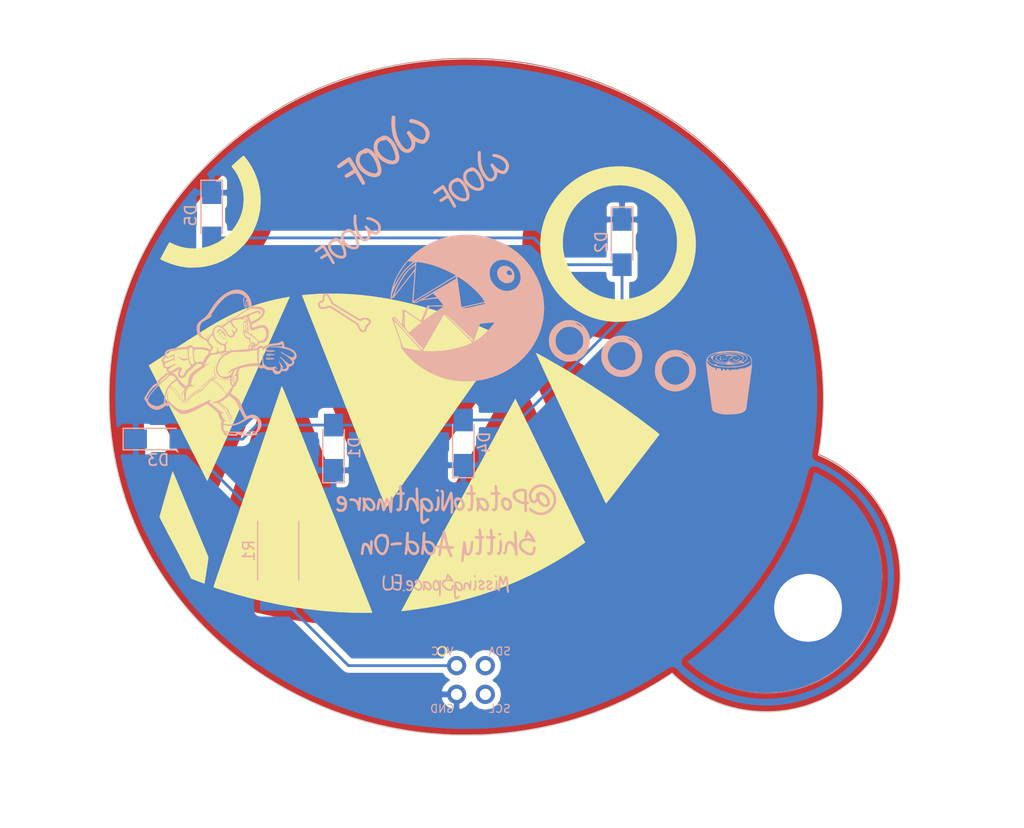
<source format=kicad_pcb>
(kicad_pcb (version 4) (host pcbnew 4.0.7)
  (layers (0 F.Cu signal) (31 B.Cu signal) (34 B.Paste user) (35 F.Paste user) (36 B.SilkS user) (37 F.SilkS user) (38 B.Mask user) (39 F.Mask user) (44 Edge.Cuts user))
  (net 0 "")
  (net 1 "Net-(D1-Pad1)")
  (net 2 "Net-(D1-Pad2)")
  (net 3 "Net-(R1-Pad2)")
  (net 4 "Net-(X1-Pad4)")
  (net 5 "Net-(X1-Pad3)")
  (module LOGO (layer F.Cu) (at 149.8092 94.2848)
    (fp_text reference G*** hide)
    (fp_text value LOGO hide)
    (fp_poly (pts (xy 27.423161 7.840426) (xy 27.488928 7.866493) (xy 27.584723 7.910433) (xy 27.697879 7.96557) (xy 28.156278 8.207268) (xy 28.597283 8.470295) (xy 29.029077 8.760013) (xy 29.459841 9.081787) (xy 29.718 9.289814) (xy 29.843551 9.398065) (xy 29.988933 9.530835) (xy 30.148102 9.681999) (xy 30.31501 9.845435) (xy 30.483613 10.015016) (xy 30.647865 10.184618) (xy 30.80172 10.348118) (xy 30.939133 10.499389) (xy 31.054058 10.632308) (xy 31.105698 10.695633) (xy 31.509334 11.236512) (xy 31.872559 11.789675) (xy 32.195724 12.356005) (xy 32.479178 12.936384) (xy 32.723272 13.531697) (xy 32.928354 14.142826) (xy 33.094775 14.770654) (xy 33.222884 15.416066) (xy 33.313031 16.079944) (xy 33.336805 16.330083) (xy 33.344647 16.453715) (xy 33.350634 16.610679) (xy 33.354763 16.792013) (xy 33.357035 16.988758) (xy 33.357449 17.191951) (xy 33.356004 17.392632) (xy 33.3527 17.58184) (xy 33.347536 17.750614) (xy 33.340512 17.889993) (xy 33.336911 17.93875) (xy 33.261319 18.587764) (xy 33.144467 19.229326) (xy 32.98703 19.861787) (xy 32.789682 20.483499) (xy 32.553098 21.092814) (xy 32.277951 21.688084) (xy 31.964916 22.26766) (xy 31.614667 22.829896) (xy 31.227879 23.373142) (xy 30.990296 23.674916) (xy 30.890474 23.79225) (xy 30.766445 23.930161) (xy 30.624523 24.082253) (xy 30.471024 24.242127) (xy 30.312263 24.403386) (xy 30.154557 24.559632) (xy 30.00422 24.704468) (xy 29.867567 24.831496) (xy 29.750915 24.934318) (xy 29.728583 24.953039) (xy 29.199516 25.366764) (xy 28.659554 25.739903) (xy 28.107321 26.073116) (xy 27.541445 26.367066) (xy 26.960551 26.622415) (xy 26.363264 26.839825) (xy 25.74821 27.019957) (xy 25.156583 27.155099) (xy 24.690397 27.235996) (xy 24.207343 27.297636) (xy 23.718809 27.339191) (xy 23.236183 27.359836) (xy 22.770854 27.358745) (xy 22.505246 27.347347) (xy 21.844328 27.28733) (xy 21.196432 27.187061) (xy 20.561983 27.046705) (xy 19.941403 26.866426) (xy 19.335117 26.646386) (xy 18.743547 26.38675) (xy 18.167119 26.087683) (xy 17.606255 25.749346) (xy 17.06138 25.371905) (xy 16.723972 25.112082) (xy 16.617299 25.025176) (xy 16.507676 24.933397) (xy 16.40599 24.846017) (xy 16.323129 24.772307) (xy 16.301436 24.752248) (xy 16.14579 24.60625) (xy 16.481353 24.348644) (xy 17.169458 23.801943) (xy 17.858039 23.218682) (xy 18.541536 22.604204) (xy 19.21439 21.963849) (xy 19.871042 21.30296) (xy 20.505931 20.626877) (xy 21.1135 19.940943) (xy 21.313084 19.706166) (xy 22.027272 18.8268) (xy 22.701046 17.935109) (xy 23.334598 17.030726) (xy 23.928124 16.113282) (xy 24.48182 15.182407) (xy 24.995878 14.237733) (xy 25.470495 13.278892) (xy 25.905865 12.305515) (xy 26.302182 11.317232) (xy 26.659642 10.313676) (xy 26.978438 9.294477) (xy 27.164491 8.625416) (xy 27.201899 8.482839) (xy 27.237914 8.343287) (xy 27.270254 8.215778) (xy 27.296636 8.109331) (xy 27.314777 8.032961) (xy 27.317199 8.022166) (xy 27.335921 7.942277) (xy 27.353192 7.877012) (xy 27.365679 7.838825) (xy 27.366964 7.836145) (xy 27.383735 7.830791) (xy 27.423161 7.840426)) (layer B.Cu) (width 0.01))
  )
  (module LOGO (layer F.Cu) (at 149.8092 94.2848)
    (fp_text reference G*** hide)
    (fp_text value LOGO hide)
  )
  (module LOGO (layer F.Cu) (at 149.8092 94.2848)
    (fp_text reference G*** hide)
    (fp_text value LOGO hide)
  )
  (module LOGO (layer F.Cu) (at 149.8092 94.2848)
    (fp_text reference G*** hide)
    (fp_text value LOGO hide)
    (fp_poly (pts (xy -2.532208 -28.796682) (xy -1.354933 -28.748496) (xy -0.53975 -28.690483) (xy 0.460277 -28.589394) (xy 1.475191 -28.452848) (xy 2.498999 -28.282211) (xy 3.525712 -28.078853) (xy 4.549337 -27.844144) (xy 5.563884 -27.579451) (xy 6.563362 -27.286144) (xy 7.541779 -26.965591) (xy 8.445268 -26.637475) (xy 9.527373 -26.202281) (xy 10.588685 -25.730281) (xy 11.628975 -25.221599) (xy 12.648016 -24.676358) (xy 13.645579 -24.094682) (xy 14.621437 -23.476695) (xy 15.575362 -22.82252) (xy 15.881132 -22.601773) (xy 16.775526 -21.923008) (xy 17.642456 -21.214724) (xy 18.481068 -20.478049) (xy 19.290506 -19.71411) (xy 20.069917 -18.924036) (xy 20.818444 -18.108955) (xy 21.535234 -17.269995) (xy 22.219432 -16.408285) (xy 22.870182 -15.524952) (xy 23.486629 -14.621125) (xy 24.06792 -13.697933) (xy 24.613199 -12.756502) (xy 25.121611 -11.797962) (xy 25.592302 -10.82344) (xy 26.024417 -9.834065) (xy 26.4171 -8.830966) (xy 26.511041 -8.5725) (xy 26.858305 -7.54052) (xy 27.166172 -6.496688) (xy 27.434486 -5.442693) (xy 27.66309 -4.380222) (xy 27.851829 -3.310962) (xy 28.000545 -2.2366) (xy 28.109083 -1.158824) (xy 28.177287 -0.079319) (xy 28.205 1.000227) (xy 28.192065 2.078126) (xy 28.138327 3.152691) (xy 28.04363 4.222236) (xy 27.907816 5.285073) (xy 27.83684 5.738979) (xy 27.757231 6.221297) (xy 27.938574 6.298988) (xy 28.070203 6.357954) (xy 28.22883 6.433128) (xy 28.404761 6.5196) (xy 28.588303 6.612461) (xy 28.769763 6.706801) (xy 28.939447 6.797711) (xy 29.087662 6.880282) (xy 29.09836 6.886413) (xy 29.679058 7.244107) (xy 30.242337 7.639413) (xy 30.786069 8.070467) (xy 31.308123 8.535403) (xy 31.806369 9.032359) (xy 32.278679 9.559469) (xy 32.592555 9.945175) (xy 32.680684 10.062131) (xy 32.784892 10.207287) (xy 32.899691 10.372418) (xy 33.019595 10.549295) (xy 33.139116 10.729691) (xy 33.252766 10.905379) (xy 33.355059 11.068132) (xy 33.440508 11.209722) (xy 33.469921 11.260666) (xy 33.80283 11.888669) (xy 34.094656 12.526386) (xy 34.345321 13.173516) (xy 34.554748 13.82976) (xy 34.722859 14.494816) (xy 34.849579 15.168385) (xy 34.934829 15.850165) (xy 34.978534 16.539856) (xy 34.982314 17.165595) (xy 34.966038 17.585842) (xy 34.935 18.019304) (xy 34.890374 18.457523) (xy 34.833333 18.89204) (xy 34.765049 19.314395) (xy 34.686694 19.71613) (xy 34.599442 20.088786) (xy 34.553314 20.259915) (xy 34.340423 20.937654) (xy 34.09103 21.597116) (xy 33.806308 22.236986) (xy 33.487427 22.855948) (xy 33.135558 23.452686) (xy 32.751872 24.025886) (xy 32.33754 24.574232) (xy 31.893734 25.096407) (xy 31.421624 25.591097) (xy 30.922381 26.056985) (xy 30.397178 26.492757) (xy 29.847183 26.897096) (xy 29.273569 27.268687) (xy 28.677508 27.606215) (xy 28.060168 27.908363) (xy 27.554091 28.122805) (xy 26.883472 28.367356) (xy 26.213532 28.570025) (xy 25.542254 28.731179) (xy 24.867619 28.851183) (xy 24.187612 28.930403) (xy 23.500212 28.969205) (xy 22.881166 28.970055) (xy 22.160612 28.933375) (xy 21.456821 28.858034) (xy 20.768776 28.743788) (xy 20.095456 28.590391) (xy 19.435842 28.3976) (xy 18.788915 28.16517) (xy 18.153655 27.892857) (xy 17.917583 27.780088) (xy 17.357791 27.487713) (xy 16.82563 27.173306) (xy 16.314624 26.832406) (xy 15.855138 26.488153) (xy 18.928457 26.488153) (xy 18.943321 26.499175) (xy 18.991412 26.522808) (xy 19.066466 26.556423) (xy 19.162218 26.597388) (xy 19.2724 26.643075) (xy 19.390747 26.690851) (xy 19.510994 26.738088) (xy 19.626874 26.782156) (xy 19.64407 26.788543) (xy 20.169377 26.964193) (xy 20.720379 27.112569) (xy 21.28896 27.231872) (xy 21.867006 27.320305) (xy 22.212533 27.357575) (xy 22.35243 27.36752) (xy 22.525249 27.375455) (xy 22.721814 27.381322) (xy 22.932948 27.385064) (xy 23.149478 27.386625) (xy 23.362225 27.385947) (xy 23.562016 27.382973) (xy 23.739674 27.377647) (xy 23.886024 27.36991) (xy 23.909967 27.368129) (xy 24.570839 27.295673) (xy 25.221166 27.183728) (xy 25.858959 27.032898) (xy 26.482233 26.843789) (xy 27.088998 26.617006) (xy 27.677269 26.353153) (xy 28.245057 26.052835) (xy 28.260841 26.043792) (xy 28.776049 25.725314) (xy 29.27932 25.369155) (xy 29.765702 24.979389) (xy 30.23024 24.560089) (xy 30.667981 24.115329) (xy 30.845802 23.918333) (xy 31.251933 23.424716) (xy 31.627115 22.904031) (xy 31.969789 22.359382) (xy 32.278397 21.793877) (xy 32.551381 21.210622) (xy 32.787181 20.612723) (xy 32.984239 20.003286) (xy 33.140997 19.385418) (xy 33.15668 19.312495) (xy 33.180734 19.192798) (xy 33.205932 19.057525) (xy 33.231072 18.914245) (xy 33.25495 18.770529) (xy 33.276364 18.633945) (xy 33.294108 18.512064) (xy 33.306982 18.412455) (xy 33.31378 18.342688) (xy 33.314493 18.31975) (xy 33.311051 18.317494) (xy 33.302633 18.351775) (xy 33.290279 18.417226) (xy 33.275027 18.508482) (xy 33.26326 18.584333) (xy 33.14392 19.234248) (xy 32.98393 19.873367) (xy 32.783917 20.500282) (xy 32.544512 21.113585) (xy 32.266343 21.711866) (xy 31.950038 22.293719) (xy 31.596226 22.857735) (xy 31.205537 23.402505) (xy 30.990296 23.674916) (xy 30.890474 23.79225) (xy 30.766445 23.930161) (xy 30.624523 24.082253) (xy 30.471024 24.242127) (xy 30.312263 24.403386) (xy 30.154557 24.559632) (xy 30.00422 24.704468) (xy 29.867567 24.831496) (xy 29.750915 24.934318) (xy 29.728583 24.953039) (xy 29.240142 25.337926) (xy 28.750331 25.683417) (xy 28.254193 25.992294) (xy 27.746767 26.267342) (xy 27.223097 26.511346) (xy 26.678224 26.727088) (xy 26.391014 26.826986) (xy 25.769565 27.01219) (xy 25.139471 27.157933) (xy 24.503208 27.264301) (xy 23.863253 27.331375) (xy 23.222082 27.35924) (xy 22.582171 27.347981) (xy 21.945997 27.29768) (xy 21.316035 27.208421) (xy 20.694762 27.080288) (xy 20.084654 26.913365) (xy 19.488187 26.707736) (xy 19.178251 26.583009) (xy 19.085526 26.544589) (xy 19.007938 26.513995) (xy 18.953164 26.494142) (xy 18.92888 26.487946) (xy 18.928457 26.488153) (xy 15.855138 26.488153) (xy 15.829461 26.468916) (xy 18.880666 26.468916) (xy 18.89125 26.4795) (xy 18.901833 26.468916) (xy 18.89125 26.458333) (xy 18.880666 26.468916) (xy 15.829461 26.468916) (xy 15.818294 26.46055) (xy 15.802953 26.44775) (xy 18.838333 26.44775) (xy 18.848916 26.458333) (xy 18.8595 26.44775) (xy 18.848916 26.437166) (xy 18.838333 26.44775) (xy 15.802953 26.44775) (xy 15.523416 26.214517) (xy 18.372666 26.214517) (xy 18.390199 26.22768) (xy 18.436639 26.254468) (xy 18.50275 26.290144) (xy 18.579294 26.329972) (xy 18.657035 26.369217) (xy 18.726735 26.403143) (xy 18.779157 26.427013) (xy 18.804819 26.436084) (xy 18.816931 26.430901) (xy 18.815402 26.429014) (xy 18.791098 26.414193) (xy 18.739958 26.387219) (xy 18.670977 26.35245) (xy 18.59315 26.314243) (xy 18.515472 26.276957) (xy 18.446938 26.244949) (xy 18.396541 26.222577) (xy 18.373278 26.214198) (xy 18.372666 26.214517) (xy 15.523416 26.214517) (xy 15.498526 26.19375) (xy 18.330333 26.19375) (xy 18.340916 26.204333) (xy 18.3515 26.19375) (xy 18.340916 26.183166) (xy 18.330333 26.19375) (xy 15.498526 26.19375) (xy 15.473156 26.172583) (xy 18.288 26.172583) (xy 18.298583 26.183166) (xy 18.309166 26.172583) (xy 18.298583 26.162) (xy 18.288 26.172583) (xy 15.473156 26.172583) (xy 15.372807 26.088857) (xy 18.141292 26.088857) (xy 18.162879 26.107818) (xy 18.198041 26.128726) (xy 18.243249 26.152739) (xy 18.262462 26.160106) (xy 18.266779 26.154578) (xy 18.266833 26.15196) (xy 18.250097 26.136531) (xy 18.209214 26.112167) (xy 18.203333 26.109083) (xy 18.155146 26.087909) (xy 18.141292 26.088857) (xy 15.372807 26.088857) (xy 15.34631 26.06675) (xy 18.0975 26.06675) (xy 18.108083 26.077333) (xy 18.118666 26.06675) (xy 18.108083 26.056166) (xy 18.0975 26.06675) (xy 15.34631 26.06675) (xy 15.330162 26.053277) (xy 15.293081 26.0199) (xy 18.037411 26.0199) (xy 18.042562 26.031729) (xy 18.063874 26.054452) (xy 18.076127 26.049791) (xy 18.076333 26.046832) (xy 18.061299 26.028929) (xy 18.051896 26.022395) (xy 18.037411 26.0199) (xy 15.293081 26.0199) (xy 15.274583 26.00325) (xy 17.991666 26.00325) (xy 18.00225 26.013833) (xy 18.012833 26.00325) (xy 18.00225 25.992666) (xy 17.991666 26.00325) (xy 15.274583 26.00325) (xy 15.19873 25.934975) (xy 17.890387 25.934975) (xy 17.894034 25.941545) (xy 17.916337 25.959748) (xy 17.954097 25.987506) (xy 17.969032 25.989941) (xy 17.9705 25.982828) (xy 17.953875 25.967318) (xy 17.922875 25.94991) (xy 17.890387 25.934975) (xy 15.19873 25.934975) (xy 15.151985 25.8929) (xy 17.825745 25.8929) (xy 17.830895 25.904729) (xy 17.852208 25.927452) (xy 17.86446 25.922791) (xy 17.864666 25.919832) (xy 17.849632 25.901929) (xy 17.840229 25.895395) (xy 17.825745 25.8929) (xy 15.151985 25.8929) (xy 15.133487 25.87625) (xy 17.78 25.87625) (xy 17.790583 25.886833) (xy 17.801166 25.87625) (xy 17.790583 25.865666) (xy 17.78 25.87625) (xy 15.133487 25.87625) (xy 15.081437 25.8294) (xy 17.719911 25.8294) (xy 17.725062 25.841229) (xy 17.746374 25.863952) (xy 17.758627 25.859291) (xy 17.758833 25.856332) (xy 17.743799 25.838429) (xy 17.734396 25.831895) (xy 17.719911 25.8294) (xy 15.081437 25.8294) (xy 15.067031 25.816434) (xy 15.035211 25.787067) (xy 17.656411 25.787067) (xy 17.661562 25.798896) (xy 17.682874 25.821619) (xy 17.695127 25.816958) (xy 17.695333 25.813999) (xy 17.680299 25.796096) (xy 17.670896 25.789562) (xy 17.656411 25.787067) (xy 15.035211 25.787067) (xy 15.017169 25.770416) (xy 17.610666 25.770416) (xy 17.62125 25.781) (xy 17.631833 25.770416) (xy 17.62125 25.759833) (xy 17.610666 25.770416) (xy 15.017169 25.770416) (xy 14.971299 25.728083) (xy 17.547166 25.728083) (xy 17.55775 25.738666) (xy 17.568333 25.728083) (xy 17.55775 25.7175) (xy 17.547166 25.728083) (xy 14.971299 25.728083) (xy 14.925429 25.68575) (xy 17.483666 25.68575) (xy 17.49425 25.696333) (xy 17.504833 25.68575) (xy 17.49425 25.675166) (xy 17.483666 25.68575) (xy 14.925429 25.68575) (xy 14.879557 25.643416) (xy 17.420166 25.643416) (xy 17.43075 25.654) (xy 17.441333 25.643416) (xy 17.43075 25.632833) (xy 17.420166 25.643416) (xy 14.879557 25.643416) (xy 14.833686 25.601083) (xy 17.356666 25.601083) (xy 17.36725 25.611666) (xy 17.377833 25.601083) (xy 17.36725 25.5905) (xy 17.356666 25.601083) (xy 14.833686 25.601083) (xy 14.798812 25.568899) (xy 14.400281 25.829803) (xy 13.441924 26.433115) (xy 12.468269 26.998014) (xy 11.476538 27.525946) (xy 10.463954 28.018355) (xy 9.427741 28.476685) (xy 8.879416 28.701722) (xy 7.799261 29.111328) (xy 6.706083 29.481553) (xy 5.599286 29.812523) (xy 4.478273 30.104369) (xy 3.342449 30.357219) (xy 2.191217 30.5712) (xy 1.023981 30.746442) (xy -0.159856 30.883073) (xy -1.36089 30.981221) (xy -1.830917 31.008929) (xy -1.910883 31.011994) (xy -2.026504 31.014802) (xy -2.173049 31.01734) (xy -2.345784 31.019597) (xy -2.539978 31.021561) (xy -2.750898 31.023219) (xy -2.973812 31.02456) (xy -3.203987 31.025571) (xy -3.436691 31.026242) (xy -3.667192 31.026559) (xy -3.890758 31.026511) (xy -4.102655 31.026086) (xy -4.298153 31.025273) (xy -4.472518 31.024058) (xy -4.621018 31.022431) (xy -4.73892 31.020378) (xy -4.821494 31.01789) (xy -4.847167 31.016538) (xy -4.898708 31.013296) (xy -4.983815 31.008191) (xy -5.09379 31.001735) (xy -5.219932 30.994438) (xy -5.344584 30.98732) (xy -6.515087 30.900984) (xy -7.67129 30.775423) (xy -8.81509 30.610232) (xy -9.948384 30.405008) (xy -11.073068 30.159347) (xy -12.191041 29.872846) (xy -13.304199 29.5451) (xy -14.41444 29.175707) (xy -15.187084 28.893576) (xy -16.241649 28.472556) (xy -17.280288 28.013998) (xy -18.301625 27.518897) (xy -19.304287 26.988248) (xy -20.286898 26.423046) (xy -21.248085 25.824287) (xy -22.186473 25.192964) (xy -23.100688 24.530074) (xy -23.989356 23.836611) (xy -24.851102 23.113571) (xy -25.684551 22.361948) (xy -26.48833 21.582738) (xy -27.261064 20.776935) (xy -28.001379 19.945536) (xy -28.680425 19.124083) (xy -29.363056 18.233782) (xy -29.528172 18.000996) (xy -25.781 18.000996) (xy -25.76186 18.01029) (xy -25.708492 18.030384) (xy -25.626978 18.059142) (xy -25.523397 18.094424) (xy -25.403829 18.134094) (xy -25.384125 18.140541) (xy -24.107119 18.536999) (xy -22.827065 18.893439) (xy -21.545152 19.209649) (xy -20.262566 19.485416) (xy -18.980498 19.720529) (xy -17.700134 19.914775) (xy -16.422663 20.067942) (xy -15.149272 20.179818) (xy -13.881151 20.250191) (xy -13.49375 20.263417) (xy -13.375444 20.266247) (xy -13.235364 20.268585) (xy -13.078644 20.270438) (xy -12.91042 20.27181) (xy -12.735825 20.272705) (xy -12.559996 20.273129) (xy -12.388066 20.273085) (xy -12.22517 20.272579) (xy -12.076443 20.271616) (xy -11.947019 20.270199) (xy -11.842034 20.268334) (xy -11.766622 20.266026) (xy -11.725918 20.263279) (xy -11.720207 20.261791) (xy -11.725963 20.241831) (xy -11.745875 20.186583) (xy -11.770835 20.120262) (xy -9.181174 20.120262) (xy -9.157935 20.125505) (xy -9.120379 20.120772) (xy -9.076635 20.114699) (xy -8.999028 20.105007) (xy -8.895781 20.092679) (xy -8.775112 20.078697) (xy -8.657167 20.065374) (xy -7.957547 19.978375) (xy -7.231551 19.871063) (xy -6.488868 19.745297) (xy -5.739185 19.602933) (xy -4.992191 19.44583) (xy -4.257574 19.275844) (xy -3.545022 19.094835) (xy -3.418699 19.060913) (xy -2.307645 18.738051) (xy -1.208429 18.374621) (xy -0.121539 17.970835) (xy 0.95254 17.526909) (xy 2.01332 17.043057) (xy 3.060313 16.519492) (xy 4.093034 15.956429) (xy 5.110995 15.354081) (xy 5.355166 15.202373) (xy 5.493671 15.114646) (xy 5.650425 15.013886) (xy 5.819869 14.903792) (xy 5.996443 14.788058) (xy 6.174588 14.670382) (xy 6.348744 14.554459) (xy 6.513352 14.443986) (xy 6.662851 14.342659) (xy 6.791682 14.254174) (xy 6.894286 14.182228) (xy 6.94733 14.143831) (xy 7.068411 14.054258) (xy 6.997438 13.901004) (xy 6.976739 13.857049) (xy 6.939295 13.77834) (xy 6.886729 13.668263) (xy 6.820666 13.530205) (xy 6.742727 13.367552) (xy 6.654538 13.183691) (xy 6.557722 12.982007) (xy 6.453901 12.765889) (xy 6.3447 12.538721) (xy 6.239012 12.319) (xy 5.971681 11.76363) (xy 5.704548 11.209126) (xy 5.438252 10.656796) (xy 5.173431 10.10795) (xy 4.910721 9.563898) (xy 4.650762 9.025949) (xy 4.39419 8.495411) (xy 4.141643 7.973596) (xy 3.89376 7.461811) (xy 3.651178 6.961367) (xy 3.414534 6.473573) (xy 3.184467 5.999739) (xy 2.961614 5.541173) (xy 2.746613 5.099186) (xy 2.540102 4.675086) (xy 2.342719 4.270183) (xy 2.155101 3.885786) (xy 1.977886 3.523206) (xy 1.811712 3.183751) (xy 1.657217 2.868731) (xy 1.515038 2.579455) (xy 1.385814 2.317232) (xy 1.270181 2.083373) (xy 1.168779 1.879186) (xy 1.082243 1.705981) (xy 1.011214 1.565067) (xy 0.956327 1.457754) (xy 0.918221 1.385351) (xy 0.897534 1.349168) (xy 0.894005 1.345047) (xy 0.890123 1.347889) (xy 0.882933 1.357268) (xy 0.87148 1.374931) (xy 0.85481 1.402624) (xy 0.831966 1.442096) (xy 0.801995 1.495093) (xy 0.76394 1.563364) (xy 0.716846 1.648655) (xy 0.659759 1.752715) (xy 0.591724 1.87729) (xy 0.511784 2.024128) (xy 0.418986 2.194977) (xy 0.312373 2.391584) (xy 0.190992 2.615697) (xy 0.053885 2.869062) (xy -0.0999 3.153428) (xy -0.271321 3.470542) (xy -0.461331 3.822151) (xy -0.580568 4.042833) (xy -0.726025 4.312217) (xy -0.884583 4.606168) (xy -1.055473 4.923249) (xy -1.237925 5.262022) (xy -1.431168 5.62105) (xy -1.634434 5.998895) (xy -1.846951 6.39412) (xy -2.067951 6.805287) (xy -2.296664 7.230958) (xy -2.532319 7.669697) (xy -2.774147 8.120065) (xy -3.021377 8.580626) (xy -3.273241 9.049941) (xy -3.528968 9.526572) (xy -3.787788 10.009084) (xy -4.048932 10.496037) (xy -4.31163 10.985995) (xy -4.575111 11.47752) (xy -4.838606 11.969175) (xy -5.101345 12.459521) (xy -5.362559 12.947122) (xy -5.621477 13.430539) (xy -5.87733 13.908336) (xy -6.129347 14.379075) (xy -6.376759 14.841318) (xy -6.618797 15.293628) (xy -6.854689 15.734567) (xy -7.083667 16.162698) (xy -7.30496 16.576583) (xy -7.517799 16.974784) (xy -7.721413 17.355865) (xy -7.915034 17.718388) (xy -8.09789 18.060915) (xy -8.269213 18.382008) (xy -8.428232 18.680231) (xy -8.574178 18.954145) (xy -8.70628 19.202313) (xy -8.823769 19.423298) (xy -8.925875 19.615662) (xy -9.011828 19.777967) (xy -9.080859 19.908776) (xy -9.132197 20.006652) (xy -9.165072 20.070156) (xy -9.178716 20.097853) (xy -9.178834 20.098151) (xy -9.181174 20.120262) (xy -11.770835 20.120262) (xy -11.780025 20.095844) (xy -11.828492 19.969408) (xy -11.891359 19.807071) (xy -11.968706 19.608628) (xy -12.060613 19.373876) (xy -12.167162 19.102608) (xy -12.288433 18.794621) (xy -12.424508 18.449711) (xy -12.575466 18.067672) (xy -12.741389 17.648299) (xy -12.922357 17.19139) (xy -13.118452 16.696737) (xy -13.329754 16.164139) (xy -13.556344 15.593388) (xy -13.798303 14.984282) (xy -14.055711 14.336615) (xy -14.32865 13.650183) (xy -14.617201 12.924781) (xy -14.799284 12.467166) (xy -14.924752 12.151956) (xy -15.058614 11.815817) (xy -15.200183 11.460466) (xy -15.348775 11.08762) (xy -15.503702 10.698997) (xy -15.664278 10.296313) (xy -15.829817 9.881286) (xy -15.999632 9.455632) (xy -16.173038 9.021069) (xy -16.349347 8.579314) (xy -16.527874 8.132085) (xy -16.707932 7.681097) (xy -16.888836 7.228069) (xy -17.069898 6.774717) (xy -17.250432 6.322758) (xy -17.429753 5.87391) (xy -17.607173 5.42989) (xy -17.782007 4.992414) (xy -17.953569 4.5632) (xy -18.121171 4.143966) (xy -18.284128 3.736427) (xy -18.441753 3.342302) (xy -18.593361 2.963307) (xy -18.738264 2.601159) (xy -18.875777 2.257576) (xy -19.005213 1.934275) (xy -19.125886 1.632972) (xy -19.237109 1.355385) (xy -19.338197 1.103231) (xy -19.428463 0.878228) (xy -19.507221 0.682091) (xy -19.573784 0.516539) (xy -19.627466 0.383288) (xy -19.667581 0.284055) (xy -19.693443 0.220559) (xy -19.704365 0.194514) (xy -19.704587 0.194075) (xy -19.707048 0.18974) (xy -19.709746 0.187271) (xy -19.713379 0.188666) (xy -19.718643 0.195921) (xy -19.726238 0.211033) (xy -19.736861 0.236) (xy -19.75121 0.27282) (xy -19.769983 0.323488) (xy -19.793878 0.390002) (xy -19.823592 0.474359) (xy -19.859823 0.578557) (xy -19.90327 0.704592) (xy -19.95463 0.854462) (xy -20.014601 1.030164) (xy -20.083881 1.233694) (xy -20.163167 1.467051) (xy -20.253159 1.73223) (xy -20.354552 2.03123) (xy -20.468046 2.366048) (xy -20.594338 2.73868) (xy -20.613087 2.794) (xy -20.677271 2.983247) (xy -20.754188 3.20981) (xy -20.842902 3.470938) (xy -20.942476 3.763881) (xy -21.051975 4.085888) (xy -21.170463 4.434209) (xy -21.297002 4.806094) (xy -21.430656 5.198792) (xy -21.57049 5.609553) (xy -21.715567 6.035627) (xy -21.864951 6.474263) (xy -22.017705 6.922711) (xy -22.172894 7.378221) (xy -22.32958 7.838043) (xy -22.486828 8.299425) (xy -22.643701 8.759619) (xy -22.796408 9.2075) (xy -23.070323 10.010885) (xy -23.331306 10.776533) (xy -23.579319 11.504329) (xy -23.814321 12.194158) (xy -24.036275 12.845904) (xy -24.245141 13.459452) (xy -24.440879 14.034688) (xy -24.623451 14.571495) (xy -24.792818 15.06976) (xy -24.94894 15.529365) (xy -25.091779 15.950197) (xy -25.221295 16.33214) (xy -25.337449 16.675078) (xy -25.440202 16.978897) (xy -25.529515 17.243482) (xy -25.605349 17.468716) (xy -25.667665 17.654486) (xy -25.716423 17.800675) (xy -25.751586 17.907169) (xy -25.773112 17.973852) (xy -25.780964 18.000609) (xy -25.781 18.000996) (xy -29.528172 18.000996) (xy -30.007918 17.324636) (xy -30.614791 16.397226) (xy -31.183454 15.452131) (xy -31.713687 14.489932) (xy -32.20527 13.511209) (xy -32.657983 12.516541) (xy -32.95356 11.794763) (xy -30.552757 11.794763) (xy -30.336881 12.220923) (xy -30.289187 12.314173) (xy -30.223953 12.440343) (xy -30.143515 12.594977) (xy -30.05021 12.773619) (xy -29.946374 12.97181) (xy -29.834343 13.185095) (xy -29.716453 13.409017) (xy -29.595039 13.639119) (xy -29.472438 13.870943) (xy -29.431181 13.948833) (xy -29.297149 14.202764) (xy -29.154883 14.474118) (xy -29.007983 14.755918) (xy -28.860053 15.041186) (xy -28.714692 15.322943) (xy -28.575503 15.594211) (xy -28.446088 15.848013) (xy -28.330046 16.07737) (xy -28.245271 16.246579) (xy -27.749185 17.242575) (xy -27.479468 17.352783) (xy -27.374871 17.394697) (xy -27.25664 17.440714) (xy -27.131047 17.488541) (xy -27.004364 17.53589) (xy -26.882863 17.580469) (xy -26.772816 17.619988) (xy -26.680495 17.652156) (xy -26.612173 17.674683) (xy -26.57412 17.685277) (xy -26.568483 17.68549) (xy -26.563106 17.663652) (xy -26.551986 17.606771) (xy -26.536355 17.521558) (xy -26.517447 17.414724) (xy -26.49786 17.30101) (xy -26.479251 17.188083) (xy -26.456003 17.041353) (xy -26.429351 16.868941) (xy -26.400529 16.678966) (xy -26.370774 16.47955) (xy -26.341321 16.278813) (xy -26.32187 16.14413) (xy -26.210236 15.36551) (xy -26.892662 13.720546) (xy -27.003382 13.453646) (xy -27.127818 13.153658) (xy -27.263474 12.826598) (xy -27.407856 12.478485) (xy -27.558467 12.115335) (xy -27.712812 11.743167) (xy -27.868396 11.367998) (xy -28.022722 10.995844) (xy -28.173296 10.632725) (xy -28.317621 10.284657) (xy -28.443904 9.980083) (xy -28.561962 9.695359) (xy -28.675955 9.420477) (xy -28.784776 9.158103) (xy -28.887319 8.910905) (xy -28.982477 8.681548) (xy -29.069143 8.472699) (xy -29.146211 8.287026) (xy -29.212573 8.127195) (xy -29.267123 7.995873) (xy -29.308755 7.895726) (xy -29.336361 7.829422) (xy -29.348711 7.799916) (xy -29.371808 7.750104) (xy -29.386308 7.735428) (xy -29.397949 7.751194) (xy -29.400438 7.757583) (xy -29.408349 7.783556) (xy -29.427018 7.84742) (xy -29.455636 7.946346) (xy -29.493392 8.077501) (xy -29.539475 8.238057) (xy -29.593074 8.425182) (xy -29.653381 8.636045) (xy -29.719583 8.867817) (xy -29.790871 9.117667) (xy -29.866434 9.382764) (xy -29.945461 9.660278) (xy -29.984466 9.79734) (xy -30.552757 11.794763) (xy -32.95356 11.794763) (xy -33.071605 11.506508) (xy -33.445916 10.48169) (xy -33.780695 9.442667) (xy -34.075723 8.390019) (xy -34.330779 7.324326) (xy -34.545642 6.246168) (xy -34.720093 5.156125) (xy -34.85391 4.054776) (xy -34.946875 2.942702) (xy -34.96864 2.57175) (xy -34.974812 2.421822) (xy -34.979635 2.237017) (xy -34.983157 2.02273) (xy -34.985423 1.78436) (xy -34.986482 1.527303) (xy -34.986381 1.256956) (xy -34.985165 0.978717) (xy -34.984495 0.896206) (xy -31.937619 0.896206) (xy -31.937592 1.12337) (xy -31.937225 1.367237) (xy -31.936534 1.624604) (xy -31.935537 1.892268) (xy -31.93425 2.167025) (xy -31.932692 2.445671) (xy -31.930879 2.725004) (xy -31.928829 3.00182) (xy -31.92656 3.272915) (xy -31.924087 3.535087) (xy -31.92143 3.785131) (xy -31.918605 4.019845) (xy -31.915629 4.236024) (xy -31.91252 4.430466) (xy -31.909295 4.599966) (xy -31.905972 4.741323) (xy -31.902567 4.851332) (xy -31.900535 4.900083) (xy -31.85088 5.709165) (xy -31.781321 6.481857) (xy -31.691885 7.217972) (xy -31.5826 7.917324) (xy -31.453495 8.579726) (xy -31.304598 9.204993) (xy -31.19495 9.599083) (xy -31.15118 9.74725) (xy -31.123154 9.68375) (xy -31.102236 9.630107) (xy -31.075627 9.553538) (xy -31.052211 9.480598) (xy -31.030525 9.402605) (xy -31.004446 9.297603) (xy -30.977472 9.180173) (xy -30.956121 9.079865) (xy -30.93645 8.991314) (xy -30.907118 8.870005) (xy -30.870169 8.723862) (xy -30.827647 8.560809) (xy -30.781593 8.388772) (xy -30.734051 8.215674) (xy -30.724747 8.18235) (xy -30.670764 7.989176) (xy -30.611628 7.776913) (xy -30.550764 7.557899) (xy -30.491598 7.344475) (xy -30.437555 7.14898) (xy -30.398218 7.006166) (xy -30.337424 6.787715) (xy -30.284922 6.606121) (xy -30.239065 6.457094) (xy -30.198202 6.336341) (xy -30.160686 6.239571) (xy -30.143851 6.203344) (xy -28.837115 6.203344) (xy -28.836804 6.22066) (xy -28.820678 6.273293) (xy -28.789076 6.360067) (xy -28.742336 6.479808) (xy -28.704272 6.574085) (xy -28.653832 6.697268) (xy -28.605394 6.814715) (xy -28.562621 6.917607) (xy -28.529176 6.997126) (xy -28.511629 7.037916) (xy -28.496885 7.072586) (xy -28.467191 7.143475) (xy -28.423754 7.24767) (xy -28.36778 7.382263) (xy -28.300477 7.544342) (xy -28.223052 7.730997) (xy -28.136713 7.939317) (xy -28.042666 8.166392) (xy -27.942118 8.409312) (xy -27.836277 8.665165) (xy -27.72635 8.931042) (xy -27.703945 8.98525) (xy -27.483657 9.518024) (xy -27.27374 10.025244) (xy -27.074548 10.506062) (xy -26.886436 10.959631) (xy -26.709758 11.385104) (xy -26.544868 11.781635) (xy -26.39212 12.148376) (xy -26.251869 12.484481) (xy -26.124469 12.789103) (xy -26.010273 13.061395) (xy -25.909637 13.30051) (xy -25.822915 13.505602) (xy -25.75046 13.675823) (xy -25.692626 13.810326) (xy -25.649769 13.908265) (xy -25.622242 13.968792) (xy -25.6104 13.991062) (xy -25.610159 13.991166) (xy -25.597344 13.982211) (xy -25.579412 13.953836) (xy -25.555525 13.903779) (xy -25.524848 13.829776) (xy -25.486544 13.729563) (xy -25.439778 13.600878) (xy -25.383712 13.441456) (xy -25.317511 13.249035) (xy -25.240338 13.021351) (xy -25.151358 12.75614) (xy -25.127967 12.686098) (xy -25.077463 12.534883) (xy -25.025374 12.379202) (xy -24.971168 12.217485) (xy -24.914313 12.048162) (xy -24.854275 11.869665) (xy -24.790524 11.680424) (xy -24.722525 11.478869) (xy -24.649748 11.263431) (xy -24.571659 11.03254) (xy -24.487726 10.784627) (xy -24.397416 10.518122) (xy -24.300198 10.231456) (xy -24.195539 9.923059) (xy -24.082907 9.591362) (xy -23.961768 9.234795) (xy -23.831591 8.851789) (xy -23.691844 8.440775) (xy -23.541993 8.000182) (xy -23.381507 7.528442) (xy -23.209853 7.023984) (xy -23.026499 6.48524) (xy -22.830912 5.91064) (xy -22.62256 5.298614) (xy -22.472464 4.85775) (xy -22.339572 4.467353) (xy -22.206037 4.074912) (xy -22.072906 3.683511) (xy -21.941224 3.296233) (xy -21.812039 2.916161) (xy -21.686398 2.546378) (xy -21.565347 2.189968) (xy -21.449934 1.850014) (xy -21.341205 1.529599) (xy -21.240207 1.231806) (xy -21.147987 0.959718) (xy -21.065592 0.71642) (xy -20.994068 0.504994) (xy -20.934463 0.328523) (xy -20.902206 0.232833) (xy -20.804257 -0.057745) (xy -20.718578 -0.311009) (xy -20.644069 -0.529809) (xy -20.579633 -0.716999) (xy -20.524169 -0.875429) (xy -20.476579 -1.007954) (xy -20.435765 -1.117423) (xy -20.400626 -1.20669) (xy -20.370064 -1.278607) (xy -20.342981 -1.336024) (xy -20.318276 -1.381796) (xy -20.294851 -1.418773) (xy -20.271607 -1.449808) (xy -20.247446 -1.477752) (xy -20.239934 -1.485874) (xy -20.112723 -1.593722) (xy -19.96974 -1.666918) (xy -19.81731 -1.705883) (xy -19.661757 -1.711037) (xy -19.509408 -1.6828) (xy -19.366586 -1.621594) (xy -19.239617 -1.527839) (xy -19.142024 -1.412871) (xy -19.133212 -1.397299) (xy -19.119655 -1.369486) (xy -19.101011 -1.328584) (xy -19.076941 -1.273745) (xy -19.047104 -1.204121) (xy -19.011162 -1.118863) (xy -18.968773 -1.017124) (xy -18.919599 -0.898055) (xy -18.863298 -0.760809) (xy -18.799531 -0.604536) (xy -18.727958 -0.42839) (xy -18.648239 -0.231521) (xy -18.560034 -0.013083) (xy -18.463003 0.227774) (xy -18.356806 0.491898) (xy -18.241103 0.780136) (xy -18.115555 1.093336) (xy -17.97982 1.432348) (xy -17.833559 1.798018) (xy -17.676433 2.191195) (xy -17.5081 2.612728) (xy -17.328222 3.063463) (xy -17.136458 3.54425) (xy -16.932468 4.055937) (xy -16.715912 4.599371) (xy -16.486451 5.1754) (xy -16.243743 5.784874) (xy -15.98745 6.428639) (xy -15.717232 7.107545) (xy -15.432747 7.822438) (xy -15.133657 8.574168) (xy -14.819621 9.363583) (xy -14.50284 10.16) (xy -14.303056 10.662287) (xy -14.10237 11.166805) (xy -13.901687 11.671283) (xy -13.701911 12.173448) (xy -13.503946 12.671029) (xy -13.308697 13.161754) (xy -13.117067 13.643351) (xy -12.92996 14.113549) (xy -12.748282 14.570074) (xy -12.572935 15.010657) (xy -12.404824 15.433025) (xy -12.244854 15.834905) (xy -12.093928 16.214027) (xy -11.952951 16.568119) (xy -11.822827 16.894908) (xy -11.704459 17.192123) (xy -11.598753 17.457492) (xy -11.506612 17.688744) (xy -11.42894 17.883605) (xy -11.408757 17.934223) (xy -10.642452 19.855863) (xy -10.45006 19.849806) (xy -10.257668 19.84375) (xy -9.328582 18.108083) (xy -9.241164 17.944797) (xy -9.134842 17.746247) (xy -9.010715 17.51448) (xy -8.869878 17.251542) (xy -8.713429 16.95948) (xy -8.542464 16.640342) (xy -8.35808 16.296173) (xy -8.161374 15.929022) (xy -7.953442 15.540934) (xy -7.735381 15.133957) (xy -7.508289 14.710137) (xy -7.273261 14.271522) (xy -7.031394 13.820158) (xy -6.783785 13.358093) (xy -6.531532 12.887373) (xy -6.27573 12.410044) (xy -6.017477 11.928155) (xy -5.757869 11.443751) (xy -5.498002 10.95888) (xy -5.302395 10.593916) (xy -5.038244 10.101059) (xy -4.771128 9.602644) (xy -4.502287 9.10099) (xy -4.232964 8.598416) (xy -3.964402 8.097241) (xy -3.697843 7.599785) (xy -3.434529 7.108365) (xy -3.175704 6.625301) (xy -2.922609 6.152913) (xy -2.676486 5.693519) (xy -2.438578 5.249438) (xy -2.210128 4.822989) (xy -1.992378 4.416491) (xy -1.78657 4.032263) (xy -1.593947 3.672624) (xy -1.415751 3.339894) (xy -1.253225 3.036391) (xy -1.10761 2.764433) (xy -0.98015 2.526341) (xy -0.925148 2.423583) (xy -0.706203 2.014997) (xy -0.506691 1.643707) (xy -0.326476 1.309469) (xy -0.165425 1.012038) (xy -0.023405 0.751172) (xy 0.099719 0.526625) (xy 0.204082 0.338154) (xy 0.289817 0.185514) (xy 0.357058 0.068462) (xy 0.405939 -0.013248) (xy 0.436594 -0.059858) (xy 0.442696 -0.067536) (xy 0.521203 -0.1408) (xy 0.614808 -0.206272) (xy 0.651489 -0.226286) (xy 0.715348 -0.255183) (xy 0.772429 -0.272927) (xy 0.836913 -0.282133) (xy 0.922981 -0.285411) (xy 0.973666 -0.285649) (xy 1.073546 -0.284203) (xy 1.14464 -0.278303) (xy 1.200448 -0.265426) (xy 1.254475 -0.243049) (xy 1.285167 -0.227442) (xy 1.387051 -0.164528) (xy 1.471464 -0.089052) (xy 1.545946 0.007687) (xy 1.618038 0.134389) (xy 1.64336 0.185872) (xy 1.666384 0.233734) (xy 1.706515 0.31677) (xy 1.762347 0.432083) (xy 1.832475 0.576777) (xy 1.915492 0.747954) (xy 2.009992 0.942718) (xy 2.114571 1.158172) (xy 2.227822 1.391419) (xy 2.34834 1.639562) (xy 2.474719 1.899704) (xy 2.605553 2.168948) (xy 2.683018 2.328333) (xy 2.889567 2.753349) (xy 3.094025 3.174211) (xy 3.29774 3.593703) (xy 3.502061 4.014608) (xy 3.708337 4.43971) (xy 3.917917 4.871793) (xy 4.13215 5.31364) (xy 4.352385 5.768036) (xy 4.57997 6.237763) (xy 4.816255 6.725606) (xy 5.062589 7.234348) (xy 5.320319 7.766774) (xy 5.590796 8.325665) (xy 5.875369 8.913807) (xy 6.175385 9.533983) (xy 6.492194 10.188977) (xy 6.554021 10.316812) (xy 6.70854 10.636239) (xy 6.85805 10.945177) (xy 7.001511 11.241484) (xy 7.137882 11.523018) (xy 7.266125 11.787637) (xy 7.3852 12.033199) (xy 7.494066 12.257561) (xy 7.591685 12.458582) (xy 7.677016 12.63412) (xy 7.749019 12.782031) (xy 7.806655 12.900176) (xy 7.848884 12.98641) (xy 7.874667 13.038592) (xy 7.882947 13.054669) (xy 7.902404 13.045666) (xy 7.950293 13.013427) (xy 8.022182 12.961401) (xy 8.113639 12.893039) (xy 8.220231 12.811789) (xy 8.337527 12.721101) (xy 8.461095 12.624425) (xy 8.586503 12.525208) (xy 8.709318 12.426902) (xy 8.82511 12.332955) (xy 8.929446 12.246817) (xy 9.017893 12.171937) (xy 9.024892 12.165895) (xy 9.106867 12.094984) (xy 8.876725 12.095867) (xy 8.768002 12.095045) (xy 8.690185 12.090508) (xy 8.6319 12.080621) (xy 8.581769 12.063746) (xy 8.549219 12.048775) (xy 8.417011 11.961079) (xy 8.304053 11.837233) (xy 8.24975 11.7475) (xy 9.514147 11.7475) (xy 9.520124 11.748828) (xy 9.554763 11.723903) (xy 9.615424 11.674973) (xy 9.699469 11.604289) (xy 9.804259 11.514098) (xy 9.927154 11.406651) (xy 10.065516 11.284196) (xy 10.216705 11.148982) (xy 10.221957 11.144262) (xy 10.49723 10.89283) (xy 10.782001 10.624726) (xy 11.080139 10.336189) (xy 11.395513 10.023456) (xy 11.731989 9.682767) (xy 11.861656 9.549853) (xy 12.232345 9.165352) (xy 12.574612 8.802942) (xy 12.892655 8.45773) (xy 13.190673 8.124822) (xy 13.472862 7.799327) (xy 13.74342 7.476351) (xy 14.006546 7.151002) (xy 14.266436 6.818386) (xy 14.527289 6.473611) (xy 14.691262 6.25171) (xy 14.947326 5.902283) (xy 14.821802 5.788691) (xy 14.712224 5.691128) (xy 14.613307 5.606131) (xy 14.52962 5.537403) (xy 14.465728 5.48865) (xy 14.426199 5.463578) (xy 14.417884 5.461) (xy 14.394058 5.477944) (xy 14.346171 5.528092) (xy 14.275063 5.610412) (xy 14.181578 5.723875) (xy 14.066557 5.867449) (xy 13.930842 6.040105) (xy 13.775275 6.240812) (xy 13.691356 6.35) (xy 13.630624 6.428931) (xy 13.546068 6.538393) (xy 13.439901 6.675537) (xy 13.314337 6.837513) (xy 13.171589 7.021472) (xy 13.01387 7.224565) (xy 12.843393 7.443943) (xy 12.662372 7.676758) (xy 12.47302 7.92016) (xy 12.277549 8.1713) (xy 12.078174 8.427329) (xy 11.882613 8.678333) (xy 11.61398 9.023209) (xy 11.356366 9.354279) (xy 11.110876 9.670112) (xy 10.878613 9.969277) (xy 10.66068 10.250346) (xy 10.458181 10.511888) (xy 10.27222 10.752473) (xy 10.1039 10.970671) (xy 9.954324 11.165053) (xy 9.824596 11.334187) (xy 9.71582 11.476645) (xy 9.629098 11.590996) (xy 9.565536 11.67581) (xy 9.526235 11.729658) (xy 9.514147 11.7475) (xy 8.24975 11.7475) (xy 8.220342 11.698907) (xy 8.201604 11.660611) (xy 8.169509 11.593432) (xy 8.123832 11.496888) (xy 8.064351 11.370498) (xy 7.990841 11.213783) (xy 7.903079 11.026261) (xy 7.80084 10.807452) (xy 7.683901 10.556875) (xy 7.552039 10.274049) (xy 7.405028 9.958494) (xy 7.242646 9.609728) (xy 7.064669 9.227273) (xy 6.870873 8.810645) (xy 6.661033 8.359366) (xy 6.434927 7.872954) (xy 6.192331 7.350929) (xy 5.933019 6.79281) (xy 5.65677 6.198116) (xy 5.363359 5.566366) (xy 5.052562 4.897081) (xy 4.783686 4.318) (xy 4.497931 3.702505) (xy 4.229476 3.124232) (xy 3.977772 2.582015) (xy 3.742269 2.074692) (xy 3.522416 1.601098) (xy 3.317664 1.160068) (xy 3.127462 0.750439) (xy 2.95126 0.371046) (xy 2.788508 0.020724) (xy 2.638657 -0.301689) (xy 2.501155 -0.59736) (xy 2.375454 -0.867451) (xy 2.261002 -1.113127) (xy 2.15725 -1.335552) (xy 2.063648 -1.53589) (xy 1.979645 -1.715306) (xy 1.904691 -1.874965) (xy 1.838238 -2.016029) (xy 1.779733 -2.139663) (xy 1.728628 -2.247032) (xy 1.684371 -2.339299) (xy 1.646414 -2.41763) (xy 1.614206 -2.483188) (xy 1.587197 -2.537137) (xy 1.564836 -2.580641) (xy 1.546574 -2.614866) (xy 1.531861 -2.640974) (xy 1.520146 -2.660131) (xy 1.51088 -2.6735) (xy 1.503512 -2.682246) (xy 1.497493 -2.687533) (xy 1.492271 -2.690525) (xy 1.487298 -2.692386) (xy 1.482023 -2.694281) (xy 1.475895 -2.697373) (xy 1.468366 -2.702828) (xy 1.465201 -2.705607) (xy 2.758247 -2.705607) (xy 2.76052 -2.693618) (xy 2.773219 -2.66252) (xy 2.801211 -2.599287) (xy 2.841701 -2.510056) (xy 2.891892 -2.400966) (xy 2.94899 -2.278154) (xy 2.976381 -2.219646) (xy 3.057043 -2.04746) (xy 3.15109 -1.846218) (xy 3.258817 -1.615282) (xy 3.380521 -1.354014) (xy 3.516498 -1.061774) (xy 3.667046 -0.737925) (xy 3.832459 -0.381827) (xy 4.013036 0.007159) (xy 4.209071 0.42967) (xy 4.420863 0.886347) (xy 4.648706 1.377827) (xy 4.892898 1.90475) (xy 5.153735 2.467753) (xy 5.431514 3.067476) (xy 5.726531 3.704558) (xy 5.940094 4.16582) (xy 6.214841 4.759236) (xy 6.472381 5.315415) (xy 6.713274 5.835547) (xy 6.93808 6.320819) (xy 7.147356 6.772421) (xy 7.341662 7.191542) (xy 7.521558 7.57937) (xy 7.687601 7.937094) (xy 7.840352 8.265904) (xy 7.980368 8.566986) (xy 8.10821 8.841532) (xy 8.224436 9.090729) (xy 8.329605 9.315765) (xy 8.424277 9.517831) (xy 8.50901 9.698114) (xy 8.584363 9.857804) (xy 8.650895 9.998089) (xy 8.709166 10.120159) (xy 8.759734 10.225201) (xy 8.803158 10.314404) (xy 8.839998 10.388958) (xy 8.870813 10.450052) (xy 8.896161 10.498873) (xy 8.916601 10.536611) (xy 8.932693 10.564455) (xy 8.944996 10.583593) (xy 8.954068 10.595214) (xy 8.960469 10.600507) (xy 8.964758 10.600661) (xy 8.965715 10.599884) (xy 8.981174 10.580572) (xy 9.02126 10.529483) (xy 9.084667 10.448303) (xy 9.170086 10.338712) (xy 9.276209 10.202396) (xy 9.40173 10.041036) (xy 9.545339 9.856316) (xy 9.70573 9.649919) (xy 9.881596 9.423527) (xy 10.071627 9.178824) (xy 10.274516 8.917492) (xy 10.488957 8.641215) (xy 10.71364 8.351676) (xy 10.947259 8.050558) (xy 11.188505 7.739543) (xy 11.34424 7.538736) (xy 11.589261 7.222645) (xy 11.827157 6.91548) (xy 12.056639 6.618915) (xy 12.276422 6.334622) (xy 12.485218 6.064275) (xy 12.68174 5.809547) (xy 12.864702 5.572112) (xy 13.032816 5.353642) (xy 13.184795 5.155811) (xy 13.319353 4.980292) (xy 13.435203 4.828759) (xy 13.531057 4.702884) (xy 13.605629 4.604342) (xy 13.657632 4.534804) (xy 13.685778 4.495945) (xy 13.690675 4.48794) (xy 13.67125 4.467863) (xy 13.620973 4.424781) (xy 13.542896 4.361042) (xy 13.44007 4.278992) (xy 13.315546 4.180982) (xy 13.172373 4.069358) (xy 13.013604 3.946468) (xy 12.842288 3.81466) (xy 12.661477 3.676283) (xy 12.474221 3.533685) (xy 12.283571 3.389212) (xy 12.092578 3.245214) (xy 11.904292 3.104038) (xy 11.721765 2.968032) (xy 11.567583 2.85394) (xy 10.153247 1.836011) (xy 8.724387 0.857095) (xy 7.278536 -0.084378) (xy 5.813228 -0.989976) (xy 4.325997 -1.861265) (xy 2.934492 -2.634858) (xy 2.849442 -2.679968) (xy 2.795399 -2.705553) (xy 2.766842 -2.713478) (xy 2.758247 -2.705607) (xy 1.465201 -2.705607) (xy 1.464983 -2.705798) (xy 1.423974 -2.739766) (xy 1.360673 -2.787775) (xy 1.281814 -2.845175) (xy 1.194135 -2.907315) (xy 1.104372 -2.969546) (xy 1.019262 -3.027215) (xy 0.945541 -3.075673) (xy 0.889945 -3.110268) (xy 0.859211 -3.12635) (xy 0.855433 -3.126619) (xy 0.841972 -3.107933) (xy 0.805149 -3.056261) (xy 0.74607 -2.973161) (xy 0.66584 -2.860192) (xy 0.565565 -2.718916) (xy 0.446349 -2.55089) (xy 0.309298 -2.357676) (xy 0.155518 -2.140832) (xy -0.013886 -1.901917) (xy -0.19781 -1.642493) (xy -0.395147 -1.364118) (xy -0.604793 -1.068352) (xy -0.825641 -0.756754) (xy -1.056587 -0.430885) (xy -1.296526 -0.092303) (xy -1.544351 0.257432) (xy -1.798959 0.616759) (xy -2.059243 0.98412) (xy -2.324098 1.357955) (xy -2.592418 1.736704) (xy -2.863099 2.118807) (xy -3.135036 2.502705) (xy -3.407122 2.886839) (xy -3.678252 3.269648) (xy -3.947322 3.649574) (xy -4.213226 4.025056) (xy -4.420664 4.318) (xy -4.700881 4.713732) (xy -4.987882 5.119045) (xy -5.279619 5.531047) (xy -5.574044 5.946843) (xy -5.869109 6.363541) (xy -6.162764 6.778248) (xy -6.452961 7.188072) (xy -6.737652 7.590119) (xy -7.014789 7.981497) (xy -7.282323 8.359312) (xy -7.538204 8.720671) (xy -7.780386 9.062683) (xy -8.006819 9.382453) (xy -8.215456 9.677089) (xy -8.404246 9.943698) (xy -8.571143 10.179387) (xy -8.609874 10.234083) (xy -8.798738 10.500479) (xy -8.981827 10.758117) (xy -9.157544 11.004784) (xy -9.324296 11.238267) (xy -9.480486 11.456352) (xy -9.624521 11.656826) (xy -9.754804 11.837476) (xy -9.869741 11.99609) (xy -9.967738 12.130453) (xy -10.047198 12.238353) (xy -10.106527 12.317577) (xy -10.14413 12.365911) (xy -10.156423 12.379956) (xy -10.292708 12.478458) (xy -10.44329 12.539623) (xy -10.602121 12.563237) (xy -10.763151 12.549086) (xy -10.92033 12.496955) (xy -11.060729 12.411941) (xy -11.164186 12.308485) (xy -11.254464 12.165773) (xy -11.324744 12.003361) (xy -11.345276 11.948699) (xy -11.381064 11.855394) (xy -11.431819 11.724181) (xy -11.497253 11.555794) (xy -11.577078 11.350966) (xy -11.671007 11.110432) (xy -11.778751 10.834927) (xy -11.900022 10.525183) (xy -12.034533 10.181935) (xy -12.181994 9.805917) (xy -12.342119 9.397864) (xy -12.514619 8.958509) (xy -12.699207 8.488586) (xy -12.895593 7.98883) (xy -13.103491 7.459974) (xy -13.322612 6.902753) (xy -13.552668 6.317901) (xy -13.793371 5.706151) (xy -14.044433 5.068239) (xy -14.305566 4.404897) (xy -14.418952 4.116916) (xy -14.590151 3.682084) (xy -14.765328 3.237073) (xy -14.94316 2.785249) (xy -15.122324 2.329979) (xy -15.301495 1.874628) (xy -15.479349 1.422562) (xy -15.654564 0.977147) (xy -15.825814 0.541749) (xy -15.991776 0.119733) (xy -16.151127 -0.285534) (xy -16.302543 -0.670686) (xy -16.444699 -1.032359) (xy -16.576273 -1.367185) (xy -16.69594 -1.671799) (xy -16.802376 -1.942836) (xy -16.870611 -2.116667) (xy -17.083357 -2.658233) (xy -17.281012 -3.160276) (xy -17.463576 -3.622793) (xy -17.631047 -4.045782) (xy -17.783425 -4.429243) (xy -17.92071 -4.773172) (xy -18.042899 -5.077569) (xy -18.149994 -5.34243) (xy -18.241991 -5.567754) (xy -18.318892 -5.753539) (xy -18.380695 -5.899784) (xy -18.4274 -6.006486) (xy -18.459005 -6.073643) (xy -18.475035 -6.100804) (xy -18.477702 -6.099874) (xy -18.482846 -6.093119) (xy -18.490964 -6.079436) (xy -18.502552 -6.057724) (xy -18.518109 -6.026878) (xy -18.538132 -5.985799) (xy -18.563117 -5.933381) (xy -18.593563 -5.868525) (xy -18.629966 -5.790126) (xy -18.672823 -5.697083) (xy -18.722632 -5.588293) (xy -18.77989 -5.462654) (xy -18.845095 -5.319063) (xy -18.918743 -5.156419) (xy -19.001332 -4.973618) (xy -19.093359 -4.769559) (xy -19.195321 -4.543139) (xy -19.307715 -4.293255) (xy -19.43104 -4.018805) (xy -19.565792 -3.718687) (xy -19.712467 -3.391799) (xy -19.871565 -3.037038) (xy -20.043581 -2.653301) (xy -20.229013 -2.239486) (xy -20.428358 -1.794492) (xy -20.642114 -1.317214) (xy -20.870778 -0.806552) (xy -21.114847 -0.261403) (xy -21.374818 0.319336) (xy -21.651188 0.936767) (xy -21.876129 1.439333) (xy -22.162212 2.078453) (xy -22.440404 2.699822) (xy -22.710275 3.302482) (xy -22.971396 3.885474) (xy -23.223336 4.44784) (xy -23.465666 4.988624) (xy -23.697954 5.506866) (xy -23.919772 6.00161) (xy -24.130689 6.471897) (xy -24.330276 6.916769) (xy -24.518101 7.335269) (xy -24.693735 7.726438) (xy -24.856748 8.089319) (xy -25.00671 8.422954) (xy -25.143191 8.726386) (xy -25.26576 8.998655) (xy -25.373988 9.238804) (xy -25.467444 9.445877) (xy -25.5457 9.618913) (xy -25.608323 9.756957) (xy -25.654885 9.859049) (xy -25.684955 9.924232) (xy -25.69698 9.949419) (xy -25.763965 10.047598) (xy -25.859496 10.143741) (xy -25.970913 10.226099) (xy -26.031536 10.259879) (xy -26.097339 10.289398) (xy -26.156641 10.307087) (xy -26.224543 10.315793) (xy -26.316151 10.318363) (xy -26.341917 10.318386) (xy -26.4711 10.312273) (xy -26.572512 10.291025) (xy -26.659534 10.249435) (xy -26.745548 10.182296) (xy -26.783067 10.146729) (xy -26.832022 10.095779) (xy -26.877417 10.041273) (xy -26.922458 9.97784) (xy -26.970351 9.900108) (xy -27.024301 9.802708) (xy -27.087515 9.680268) (xy -27.163198 9.527418) (xy -27.209144 9.432899) (xy -27.271902 9.303991) (xy -27.348535 9.147837) (xy -27.437017 8.968481) (xy -27.535323 8.769968) (xy -27.641425 8.556342) (xy -27.753297 8.331648) (xy -27.868914 8.099931) (xy -27.986249 7.865235) (xy -28.103276 7.631604) (xy -28.217968 7.403085) (xy -28.3283 7.18372) (xy -28.432245 6.977555) (xy -28.527778 6.788634) (xy -28.612871 6.621002) (xy -28.685499 6.478704) (xy -28.743636 6.365783) (xy -28.785255 6.286286) (xy -28.788943 6.27937) (xy -28.821274 6.222522) (xy -28.837115 6.203344) (xy -30.143851 6.203344) (xy -30.124867 6.162493) (xy -30.089097 6.100814) (xy -30.051727 6.050244) (xy -30.016005 6.01132) (xy -29.89722 5.912289) (xy -29.769998 5.847652) (xy -29.62342 5.812693) (xy -29.538084 5.804791) (xy -29.395679 5.806266) (xy -29.273208 5.830531) (xy -29.159904 5.881847) (xy -29.045002 5.964474) (xy -28.973665 6.028158) (xy -28.826025 6.167434) (xy -28.881145 6.042798) (xy -28.898211 6.006916) (xy -28.933071 5.935965) (xy -28.984376 5.832632) (xy -29.050776 5.699604) (xy -29.13092 5.539571) (xy -29.223459 5.355218) (xy -29.327043 5.149233) (xy -29.44032 4.924305) (xy -29.561942 4.68312) (xy -29.690559 4.428367) (xy -29.824819 4.162733) (xy -29.933144 3.948623) (xy -30.08253 3.653468) (xy -30.235461 3.351291) (xy -30.389713 3.046483) (xy -30.543065 2.743437) (xy -30.693294 2.446544) (xy -30.838178 2.160196) (xy -30.975496 1.888785) (xy -31.103025 1.636702) (xy -31.218544 1.408339) (xy -31.319829 1.208088) (xy -31.404659 1.040341) (xy -31.419386 1.011214) (xy -31.514474 0.823816) (xy -31.604157 0.648352) (xy -31.68658 0.488367) (xy -31.759885 0.347405) (xy -31.822216 0.22901) (xy -31.871714 0.136725) (xy -31.906524 0.074096) (xy -31.924787 0.044667) (xy -31.926797 0.042839) (xy -31.929644 0.063384) (xy -31.932028 0.123056) (xy -31.933966 0.218652) (xy -31.935478 0.346968) (xy -31.936579 0.504802) (xy -31.937286 0.688949) (xy -31.937619 0.896206) (xy -34.984495 0.896206) (xy -34.982882 0.697981) (xy -34.979579 0.420147) (xy -34.975304 0.150611) (xy -34.970102 -0.10523) (xy -34.964021 -0.341979) (xy -34.957108 -0.554238) (xy -34.94941 -0.736612) (xy -34.940973 -0.883702) (xy -34.938258 -0.92075) (xy -34.873623 -1.599806) (xy -31.491728 -1.599806) (xy -31.481399 -1.577733) (xy -31.453215 -1.520652) (xy -31.408542 -1.43127) (xy -31.348751 -1.312295) (xy -31.275209 -1.166436) (xy -31.189285 -0.996399) (xy -31.092347 -0.804894) (xy -30.985764 -0.594627) (xy -30.870903 -0.368307) (xy -30.749134 -0.128642) (xy -30.621825 0.121661) (xy -30.6187 0.127801) (xy -30.393 0.571507) (xy -30.156999 1.035862) (xy -29.909889 1.522458) (xy -29.650865 2.032888) (xy -29.37912 2.568744) (xy -29.093845 3.131619) (xy -28.794236 3.723104) (xy -28.479484 4.344792) (xy -28.148784 4.998275) (xy -27.801327 5.685146) (xy -27.436308 6.406997) (xy -27.135667 7.001709) (xy -26.32075 8.613926) (xy -26.282246 8.535004) (xy -26.271007 8.510411) (xy -26.243033 8.448468) (xy -26.198898 8.350457) (xy -26.139177 8.21766) (xy -26.064446 8.05136) (xy -25.97528 7.852839) (xy -25.872254 7.623379) (xy -25.755943 7.364262) (xy -25.626922 7.076771) (xy -25.485767 6.762187) (xy -25.333052 6.421793) (xy -25.169353 6.056872) (xy -24.995245 5.668704) (xy -24.811303 5.258573) (xy -24.618102 4.827761) (xy -24.416217 4.377549) (xy -24.206224 3.909221) (xy -23.988698 3.424058) (xy -23.764214 2.923342) (xy -23.533346 2.408356) (xy -23.296671 1.880382) (xy -23.054763 1.340702) (xy -22.808197 0.790598) (xy -22.629361 0.391583) (xy -22.380181 -0.164437) (xy -22.135439 -0.710637) (xy -21.895702 -1.245752) (xy -21.661537 -1.768513) (xy -21.433509 -2.277654) (xy -21.212186 -2.771908) (xy -20.998133 -3.250008) (xy -20.791919 -3.710688) (xy -20.594108 -4.152681) (xy -20.405267 -4.574719) (xy -20.225964 -4.975536) (xy -20.056764 -5.353865) (xy -19.898234 -5.708439) (xy -19.75094 -6.037992) (xy -19.61545 -6.341256) (xy -19.492329 -6.616964) (xy -19.382144 -6.863851) (xy -19.285462 -7.080648) (xy -19.202849 -7.266089) (xy -19.134872 -7.418908) (xy -19.082097 -7.537836) (xy -19.04509 -7.621609) (xy -19.024419 -7.668957) (xy -19.019972 -7.679801) (xy -19.041324 -7.678352) (xy -19.098104 -7.670358) (xy -19.184085 -7.65681) (xy -19.293038 -7.638698) (xy -19.418734 -7.617014) (xy -19.455524 -7.610536) (xy -20.327517 -7.435662) (xy -21.181722 -7.222494) (xy -22.019175 -6.970641) (xy -22.840915 -6.679712) (xy -23.647981 -6.349317) (xy -24.441411 -5.979066) (xy -25.222244 -5.568567) (xy -25.8445 -5.207319) (xy -25.955309 -5.140066) (xy -26.062736 -5.074478) (xy -26.171332 -5.007713) (xy -26.28565 -4.93693) (xy -26.410243 -4.859287) (xy -26.549663 -4.771942) (xy -26.708462 -4.672053) (xy -26.891193 -4.556778) (xy -27.102408 -4.423277) (xy -27.2415 -4.335272) (xy -27.386231 -4.243637) (xy -27.528054 -4.153762) (xy -27.669775 -4.063858) (xy -27.814197 -3.972136) (xy -27.964127 -3.876808) (xy -28.122367 -3.776085) (xy -28.291723 -3.66818) (xy -28.475 -3.551305) (xy -28.675002 -3.423669) (xy -28.894535 -3.283487) (xy -29.136401 -3.128968) (xy -29.403407 -2.958324) (xy -29.698357 -2.769768) (xy -30.024055 -2.561511) (xy -30.2895 -2.391758) (xy -30.466567 -2.278577) (xy -30.639055 -2.168434) (xy -30.802366 -2.064257) (xy -30.951903 -1.968975) (xy -31.083067 -1.885516) (xy -31.19126 -1.816808) (xy -31.271885 -1.76578) (xy -31.311811 -1.740676) (xy -31.388376 -1.690259) (xy -31.448389 -1.645816) (xy -31.484561 -1.613052) (xy -31.491728 -1.599806) (xy -34.873623 -1.599806) (xy -34.855064 -1.794775) (xy -33.130629 -1.794775) (xy -33.014933 -1.88901) (xy -32.944217 -1.9428) (xy -32.852312 -2.007463) (xy -32.754507 -2.07239) (xy -32.710911 -2.099941) (xy -32.657662 -2.13339) (xy -32.57283 -2.187261) (xy -32.46039 -2.259005) (xy -32.324318 -2.346075) (xy -32.168588 -2.445923) (xy -31.997178 -2.556) (xy -31.814062 -2.673759) (xy -31.623217 -2.79665) (xy -31.506584 -2.871834) (xy -31.143074 -3.106102) (xy -30.811292 -3.319587) (xy -30.507522 -3.514651) (xy -30.228046 -3.693658) (xy -29.96915 -3.858973) (xy -29.727117 -4.012958) (xy -29.498231 -4.157979) (xy -29.278775 -4.296398) (xy -29.065033 -4.43058) (xy -28.85329 -4.562888) (xy -28.639828 -4.695687) (xy -28.617334 -4.70965) (xy -28.426356 -4.828286) (xy -28.214531 -4.96007) (xy -27.992363 -5.098452) (xy -27.770358 -5.236886) (xy -27.559019 -5.368823) (xy -27.368852 -5.487713) (xy -27.299297 -5.531258) (xy -26.923583 -5.765037) (xy -26.578279 -5.976501) (xy -26.259344 -6.167939) (xy -25.962738 -6.341641) (xy -25.68442 -6.499897) (xy -25.420352 -6.644994) (xy -25.166492 -6.779222) (xy -24.9188 -6.904871) (xy -24.673237 -7.02423) (xy -24.619452 -7.049705) (xy -23.878821 -7.383444) (xy -23.13996 -7.68483) (xy -22.755395 -7.824958) (xy -17.941932 -7.824958) (xy -17.935668 -7.804074) (xy -17.914335 -7.745334) (xy -17.878514 -7.650211) (xy -17.828791 -7.520176) (xy -17.765747 -7.356702) (xy -17.689965 -7.161261) (xy -17.602029 -6.935325) (xy -17.502522 -6.680366) (xy -17.392027 -6.397857) (xy -17.271126 -6.08927) (xy -17.140404 -5.756076) (xy -17.000442 -5.399749) (xy -16.851825 -5.021759) (xy -16.695134 -4.623581) (xy -16.530954 -4.206684) (xy -16.359868 -3.772543) (xy -16.182458 -3.322629) (xy -15.999307 -2.858414) (xy -15.810999 -2.38137) (xy -15.618116 -1.89297) (xy -15.421242 -1.394685) (xy -15.22096 -0.887989) (xy -15.017853 -0.374352) (xy -14.812504 0.144752) (xy -14.605495 0.667852) (xy -14.397411 1.193475) (xy -14.188834 1.720149) (xy -13.980347 2.246402) (xy -13.772534 2.770762) (xy -13.565977 3.291756) (xy -13.361259 3.807913) (xy -13.158964 4.31776) (xy -12.959674 4.819825) (xy -12.763973 5.312637) (xy -12.572444 5.794721) (xy -12.38567 6.264607) (xy -12.204234 6.720823) (xy -12.028718 7.161895) (xy -11.859707 7.586353) (xy -11.697783 7.992723) (xy -11.543528 8.379534) (xy -11.397528 8.745313) (xy -11.260363 9.088589) (xy -11.132618 9.407888) (xy -11.014876 9.701739) (xy -10.907719 9.96867) (xy -10.81173 10.207208) (xy -10.727494 10.415882) (xy -10.655592 10.593219) (xy -10.596608 10.737746) (xy -10.551125 10.847992) (xy -10.519726 10.922485) (xy -10.502994 10.959752) (xy -10.500369 10.96399) (xy -10.486404 10.947062) (xy -10.450279 10.898347) (xy -10.394073 10.820766) (xy -10.319866 10.71724) (xy -10.229735 10.59069) (xy -10.12576 10.444035) (xy -10.010019 10.280198) (xy -9.884592 10.102098) (xy -9.751558 9.912657) (xy -9.717908 9.864657) (xy -9.565985 9.648159) (xy -9.407571 9.422935) (xy -9.246695 9.19468) (xy -9.087387 8.969092) (xy -8.933677 8.751868) (xy -8.789592 8.548703) (xy -8.659163 8.365293) (xy -8.546419 8.207337) (xy -8.486704 8.124042) (xy -8.370903 7.962646) (xy -8.240636 7.780648) (xy -8.095312 7.577216) (xy -7.934341 7.351517) (xy -7.757134 7.102719) (xy -7.563098 6.829991) (xy -7.351645 6.532501) (xy -7.122184 6.209415) (xy -6.874124 5.859904) (xy -6.606875 5.483133) (xy -6.319847 5.078273) (xy -6.012449 4.644489) (xy -5.684091 4.180951) (xy -5.334182 3.686826) (xy -4.962133 3.161282) (xy -4.567353 2.603488) (xy -4.149251 2.012611) (xy -3.788599 1.502833) (xy -3.539428 1.150622) (xy -3.288732 0.796288) (xy -3.038326 0.442393) (xy -2.790027 0.091503) (xy -2.54565 -0.253816) (xy -2.30701 -0.591002) (xy -2.075922 -0.917488) (xy -1.854203 -1.23071) (xy -1.643668 -1.528103) (xy -1.446132 -1.807103) (xy -1.263411 -2.065145) (xy -1.09732 -2.299664) (xy -0.949675 -2.508094) (xy -0.822291 -2.687873) (xy -0.716985 -2.836434) (xy -0.689599 -2.875054) (xy -0.55171 -3.070132) (xy -0.421995 -3.254904) (xy -0.302421 -3.426491) (xy -0.194953 -3.582011) (xy -0.101555 -3.718585) (xy -0.024194 -3.833331) (xy 0.035166 -3.92337) (xy 0.074559 -3.985822) (xy 0.09202 -4.017805) (xy 0.092513 -4.021355) (xy 0.065846 -4.037214) (xy 0.004383 -4.068446) (xy -0.087985 -4.113238) (xy -0.207366 -4.169779) (xy -0.349868 -4.236254) (xy -0.5116 -4.310852) (xy -0.68867 -4.391759) (xy -0.877187 -4.477164) (xy -1.073258 -4.565254) (xy -1.121834 -4.586963) (xy -2.263592 -5.079126) (xy -3.396763 -5.532109) (xy -4.525106 -5.947221) (xy -5.652383 -6.325773) (xy -6.782354 -6.669078) (xy -7.918781 -6.978445) (xy -8.149167 -7.036862) (xy -9.222081 -7.287614) (xy -10.282745 -7.499417) (xy -11.330684 -7.67222) (xy -12.365427 -7.805973) (xy -13.386499 -7.900626) (xy -14.393426 -7.956129) (xy -15.385736 -7.972432) (xy -16.362954 -7.949484) (xy -16.637 -7.935841) (xy -16.752849 -7.928793) (xy -16.886954 -7.919647) (xy -17.033404 -7.908906) (xy -17.186287 -7.897072) (xy -17.339692 -7.884646) (xy -17.487708 -7.872132) (xy -17.624422 -7.860032) (xy -17.743924 -7.848848) (xy -17.840303 -7.839081) (xy -17.907646 -7.831236) (xy -17.940042 -7.825813) (xy -17.941932 -7.824958) (xy -22.755395 -7.824958) (xy -22.398755 -7.95491) (xy -21.651095 -8.194731) (xy -20.892866 -8.40534) (xy -20.119954 -8.587785) (xy -19.328247 -8.743114) (xy -18.513633 -8.872373) (xy -17.671997 -8.97661) (xy -16.799228 -9.056872) (xy -16.711084 -9.063545) (xy -16.591988 -9.070391) (xy -16.436257 -9.076234) (xy -16.249577 -9.081075) (xy -16.037635 -9.084914) (xy -15.806115 -9.087752) (xy -15.560706 -9.089589) (xy -15.307092 -9.090425) (xy -15.050961 -9.090261) (xy -14.797997 -9.089097) (xy -14.553889 -9.086934) (xy -14.324321 -9.083772) (xy -14.114981 -9.07961) (xy -13.931553 -9.07445) (xy -13.779725 -9.068293) (xy -13.694834 -9.063357) (xy -12.774086 -8.988717) (xy -11.879506 -8.893329) (xy -11.00304 -8.775778) (xy -10.136631 -8.634646) (xy -9.272227 -8.468516) (xy -8.401772 -8.27597) (xy -7.517212 -8.055592) (xy -6.709834 -7.834405) (xy -5.477729 -7.463556) (xy -4.239221 -7.051466) (xy -2.994196 -6.598085) (xy -1.742543 -6.103364) (xy -0.484148 -5.567253) (xy 0.7811 -4.989703) (xy 2.053314 -4.370664) (xy 3.332606 -3.710088) (xy 4.619089 -3.007924) (xy 5.774051 -2.345722) (xy 6.225464 -2.078) (xy 6.699691 -1.790972) (xy 7.190253 -1.488796) (xy 7.690673 -1.175625) (xy 8.194471 -0.855614) (xy 8.695168 -0.532919) (xy 9.186287 -0.211694) (xy 9.661349 0.103905) (xy 10.113874 0.409723) (xy 10.537385 0.701606) (xy 10.668 0.792986) (xy 11.020544 1.041169) (xy 11.343415 1.269725) (xy 11.642055 1.482671) (xy 11.921907 1.684022) (xy 12.188414 1.877796) (xy 12.447018 2.068006) (xy 12.703163 2.25867) (xy 12.96229 2.453803) (xy 13.229844 2.657422) (xy 13.511266 2.873542) (xy 13.812 3.106179) (xy 13.980583 3.23716) (xy 14.206591 3.413793) (xy 14.436813 3.595243) (xy 14.668308 3.779099) (xy 14.89814 3.962953) (xy 15.123369 4.144393) (xy 15.341057 4.321011) (xy 15.548266 4.490397) (xy 15.742057 4.65014) (xy 15.919492 4.797832) (xy 16.077633 4.931063) (xy 16.213541 5.047422) (xy 16.324277 5.1445) (xy 16.406904 5.219888) (xy 16.450685 5.262849) (xy 16.552542 5.399068) (xy 16.618179 5.555456) (xy 16.645875 5.72765) (xy 16.646698 5.759966) (xy 16.645631 5.839719) (xy 16.638772 5.900993) (xy 16.622179 5.958332) (xy 16.591908 6.026281) (xy 16.554892 6.098632) (xy 16.511738 6.177699) (xy 16.46116 6.263318) (xy 16.400935 6.358678) (xy 16.328838 6.466964) (xy 16.242648 6.591366) (xy 16.140141 6.735069) (xy 16.019094 6.901263) (xy 15.877284 7.093133) (xy 15.712489 7.313867) (xy 15.639441 7.411216) (xy 14.98231 8.254388) (xy 14.285739 9.087476) (xy 13.551865 9.908371) (xy 12.782821 10.714966) (xy 11.980745 11.505153) (xy 11.147772 12.276824) (xy 10.286037 13.027871) (xy 9.397675 13.756186) (xy 8.54075 14.417815) (xy 7.536815 15.144644) (xy 6.514599 15.833619) (xy 5.474492 16.484529) (xy 4.416886 17.09716) (xy 3.342173 17.671301) (xy 2.250744 18.20674) (xy 1.14299 18.703265) (xy 0.019303 19.160663) (xy -0.723442 19.43833) (xy -1.840004 19.818824) (xy -2.969872 20.159224) (xy -4.112611 20.459481) (xy -5.267789 20.719542) (xy -6.434973 20.939357) (xy -7.613728 21.118874) (xy -8.803623 21.258043) (xy -10.004224 21.356812) (xy -11.215098 21.415131) (xy -12.435811 21.432948) (xy -13.665931 21.410212) (xy -14.905024 21.346872) (xy -16.086667 21.249377) (xy -17.276173 21.114976) (xy -18.480031 20.942879) (xy -19.694642 20.733728) (xy -20.91641 20.488168) (xy -22.141738 20.206842) (xy -22.711834 20.063994) (xy -23.029296 19.981448) (xy -23.330877 19.901071) (xy -23.622889 19.821) (xy -23.911645 19.739374) (xy -24.203457 19.654329) (xy -24.504639 19.564003) (xy -24.821501 19.466535) (xy -25.160358 19.360062) (xy -25.527522 19.242722) (xy -25.858001 19.135835) (xy -26.072938 19.065514) (xy -26.249394 19.007587) (xy -26.389548 18.962667) (xy -26.495581 18.93137) (xy -26.569672 18.91431) (xy -26.614003 18.912101) (xy -26.630753 18.925358) (xy -26.622103 18.954696) (xy -26.590232 19.000729) (xy -26.537321 19.064073) (xy -26.46555 19.14534) (xy -26.377099 19.245147) (xy -26.351089 19.274838) (xy -26.084562 19.573387) (xy -25.790637 19.890291) (xy -25.476001 20.218798) (xy -25.147343 20.552162) (xy -24.811352 20.883632) (xy -24.474717 21.20646) (xy -24.144126 21.513896) (xy -24.023846 21.623146) (xy -23.1809 22.355087) (xy -22.309672 23.055876) (xy -21.411403 23.724702) (xy -20.48733 24.360755) (xy -19.538694 24.963226) (xy -18.566734 25.531304) (xy -17.572687 26.064179) (xy -16.557794 26.561042) (xy -16.261002 26.697713) (xy -15.226784 27.144216) (xy -14.177826 27.551198) (xy -13.114015 27.918687) (xy -12.03524 28.246707) (xy -10.94139 28.535285) (xy -9.832353 28.784448) (xy -8.708017 28.99422) (xy -7.56827 29.164629) (xy -6.413002 29.2957) (xy -5.242099 29.387459) (xy -4.582584 29.421553) (xy -4.447226 29.42589) (xy -4.27672 29.42914) (xy -4.07716 29.431347) (xy -3.854638 29.432555) (xy -3.615244 29.432806) (xy -3.365073 29.432146) (xy -3.110216 29.430618) (xy -2.856766 29.428265) (xy -2.610814 29.425131) (xy -2.378454 29.42126) (xy -2.165777 29.416695) (xy -1.978875 29.411481) (xy -1.823842 29.40566) (xy -1.735667 29.401136) (xy -0.855289 29.338744) (xy -0.006088 29.258692) (xy 0.819755 29.159797) (xy 1.630057 29.040879) (xy 2.432635 28.900757) (xy 3.235307 28.738248) (xy 4.045891 28.552172) (xy 4.304504 28.48839) (xy 5.349261 28.206341) (xy 6.386941 27.885986) (xy 7.414772 27.528588) (xy 8.429986 27.135412) (xy 9.429812 26.707722) (xy 10.41148 26.246782) (xy 11.372221 25.753856) (xy 11.767311 25.533067) (xy 17.275411 25.533067) (xy 17.280562 25.544896) (xy 17.301874 25.567619) (xy 17.314127 25.562958) (xy 17.314333 25.559999) (xy 17.299299 25.542096) (xy 17.289896 25.535562) (xy 17.275411 25.533067) (xy 11.767311 25.533067) (xy 11.834983 25.49525) (xy 17.2085 25.49525) (xy 17.219083 25.505833) (xy 17.229666 25.49525) (xy 17.219083 25.484666) (xy 17.2085 25.49525) (xy 11.834983 25.49525) (xy 11.956697 25.427233) (xy 17.127245 25.427233) (xy 17.132395 25.439062) (xy 17.153708 25.461786) (xy 17.16596 25.457124) (xy 17.166166 25.454165) (xy 17.151132 25.436262) (xy 17.141729 25.429728) (xy 17.127245 25.427233) (xy 11.956697 25.427233) (xy 12.309265 25.230208) (xy 13.219842 24.677102) (xy 14.101182 24.095803) (xy 14.425083 23.86974) (xy 15.322808 23.210066) (xy 16.184451 22.529078) (xy 17.011173 21.825586) (xy 17.804135 21.098398) (xy 18.5645 20.346325) (xy 19.29343 19.568175) (xy 19.992086 18.762759) (xy 20.483755 18.150416) (xy 33.322387 18.150416) (xy 33.323732 18.200613) (xy 33.327505 18.218962) (xy 33.331233 18.208916) (xy 33.335044 18.150846) (xy 33.331522 18.103082) (xy 33.326672 18.088394) (xy 33.323339 18.111271) (xy 33.322387 18.150416) (xy 20.483755 18.150416) (xy 20.661629 17.928886) (xy 20.67789 17.907) (xy 33.344274 17.907) (xy 33.345358 17.965151) (xy 33.348217 17.991043) (xy 33.352262 17.979932) (xy 33.352811 17.975791) (xy 33.356314 17.90157) (xy 33.352811 17.838208) (xy 33.348661 17.822232) (xy 33.345625 17.843842) (xy 33.344292 17.898293) (xy 33.344274 17.907) (xy 20.67789 17.907) (xy 21.303223 17.065365) (xy 21.875711 16.234833) (xy 22.412774 15.399297) (xy 22.910783 14.566191) (xy 23.372308 13.730241) (xy 23.666437 13.149658) (xy 32.584452 13.149658) (xy 32.588725 13.171172) (xy 32.606119 13.224043) (xy 32.633874 13.300385) (xy 32.669233 13.392313) (xy 32.670295 13.395007) (xy 32.847578 13.887182) (xy 33.002547 14.405232) (xy 33.132222 14.937376) (xy 33.233625 15.47183) (xy 33.283861 15.822083) (xy 33.307249 16.022249) (xy 33.325665 16.209238) (xy 33.339687 16.392983) (xy 33.349893 16.583419) (xy 33.35686 16.790483) (xy 33.361168 17.024108) (xy 33.362683 17.17675) (xy 33.364025 17.343407) (xy 33.365301 17.469412) (xy 33.366619 17.556443) (xy 33.368085 17.60618) (xy 33.369805 17.620302) (xy 33.371886 17.60049) (xy 33.374435 17.548423) (xy 33.377556 17.46578) (xy 33.378777 17.43075) (xy 33.381818 17.293627) (xy 33.382834 17.129493) (xy 33.381883 16.953618) (xy 33.379024 16.781272) (xy 33.375845 16.66875) (xy 33.33278 16.027652) (xy 33.248161 15.392425) (xy 33.122414 14.765131) (xy 32.955969 14.147837) (xy 32.749253 13.542607) (xy 32.703285 13.423623) (xy 32.66334 13.324036) (xy 32.628666 13.241008) (xy 32.602189 13.181282) (xy 32.586832 13.151601) (xy 32.584452 13.149658) (xy 23.666437 13.149658) (xy 23.799922 12.886174) (xy 23.873103 12.727822) (xy 32.392455 12.727822) (xy 32.397575 12.748871) (xy 32.417252 12.799763) (xy 32.448067 12.872016) (xy 32.473586 12.928913) (xy 32.511255 13.009171) (xy 32.54252 13.07165) (xy 32.563374 13.108586) (xy 32.569612 13.11511) (xy 32.564547 13.093993) (xy 32.544874 13.043064) (xy 32.514018 12.970812) (xy 32.488481 12.914018) (xy 32.450745 12.833799) (xy 32.419461 12.771327) (xy 32.398637 12.734373) (xy 32.392455 12.727822) (xy 23.873103 12.727822) (xy 23.890852 12.689416) (xy 32.363833 12.689416) (xy 32.374416 12.7) (xy 32.385 12.689416) (xy 32.374416 12.678833) (xy 32.363833 12.689416) (xy 23.890852 12.689416) (xy 23.910416 12.647083) (xy 32.342666 12.647083) (xy 32.35325 12.657666) (xy 32.363833 12.647083) (xy 32.35325 12.6365) (xy 32.342666 12.647083) (xy 23.910416 12.647083) (xy 23.92998 12.60475) (xy 32.3215 12.60475) (xy 32.332083 12.615333) (xy 32.342666 12.60475) (xy 32.332083 12.594166) (xy 32.3215 12.60475) (xy 23.92998 12.60475) (xy 23.949545 12.562416) (xy 32.300333 12.562416) (xy 32.310916 12.573) (xy 32.3215 12.562416) (xy 32.310916 12.551833) (xy 32.300333 12.562416) (xy 23.949545 12.562416) (xy 23.969109 12.520083) (xy 32.279166 12.520083) (xy 32.28975 12.530666) (xy 32.300333 12.520083) (xy 32.28975 12.5095) (xy 32.279166 12.520083) (xy 23.969109 12.520083) (xy 23.988673 12.47775) (xy 32.258 12.47775) (xy 32.268583 12.488333) (xy 32.279166 12.47775) (xy 32.268583 12.467166) (xy 32.258 12.47775) (xy 23.988673 12.47775) (xy 24.008238 12.435416) (xy 32.236833 12.435416) (xy 32.247416 12.446) (xy 32.258 12.435416) (xy 32.247416 12.424833) (xy 32.236833 12.435416) (xy 24.008238 12.435416) (xy 24.027803 12.393083) (xy 32.215666 12.393083) (xy 32.22625 12.403666) (xy 32.236833 12.393083) (xy 32.22625 12.3825) (xy 32.215666 12.393083) (xy 24.027803 12.393083) (xy 24.120734 12.192) (xy 32.119556 12.192) (xy 32.12178 12.208689) (xy 32.139548 12.250949) (xy 32.152166 12.276666) (xy 32.180213 12.327465) (xy 32.20101 12.357679) (xy 32.205943 12.361333) (xy 32.203719 12.344644) (xy 32.185951 12.302383) (xy 32.173333 12.276666) (xy 32.145286 12.225867) (xy 32.124489 12.195653) (xy 32.119556 12.192) (xy 24.120734 12.192) (xy 24.135408 12.16025) (xy 32.088666 12.16025) (xy 32.09925 12.170833) (xy 32.109833 12.16025) (xy 32.09925 12.149666) (xy 32.088666 12.16025) (xy 24.135408 12.16025) (xy 24.189211 12.043833) (xy 32.03426 12.043833) (xy 32.034404 12.059389) (xy 32.046333 12.086166) (xy 32.068192 12.119431) (xy 32.079572 12.1285) (xy 32.079428 12.112943) (xy 32.0675 12.086166) (xy 32.04564 12.052902) (xy 32.03426 12.043833) (xy 24.189211 12.043833) (xy 24.196197 12.028717) (xy 24.203174 12.012083) (xy 32.004 12.012083) (xy 32.014583 12.022666) (xy 32.025166 12.012083) (xy 32.014583 12.0015) (xy 32.004 12.012083) (xy 24.203174 12.012083) (xy 24.252006 11.895666) (xy 31.949593 11.895666) (xy 31.949737 11.911222) (xy 31.961666 11.938) (xy 31.983525 11.971264) (xy 31.994906 11.980333) (xy 31.994762 11.964777) (xy 31.982833 11.938) (xy 31.960974 11.904735) (xy 31.949593 11.895666) (xy 24.252006 11.895666) (xy 24.276097 11.838233) (xy 31.901578 11.838233) (xy 31.906728 11.850062) (xy 31.928041 11.872786) (xy 31.940293 11.868124) (xy 31.9405 11.865165) (xy 31.925465 11.847262) (xy 31.916062 11.840728) (xy 31.901578 11.838233) (xy 24.276097 11.838233) (xy 24.29196 11.800416) (xy 31.877 11.800416) (xy 31.887583 11.811) (xy 31.898166 11.800416) (xy 31.887583 11.789833) (xy 31.877 11.800416) (xy 24.29196 11.800416) (xy 24.32049 11.7324) (xy 31.838078 11.7324) (xy 31.843228 11.744229) (xy 31.864541 11.766952) (xy 31.876793 11.762291) (xy 31.877 11.759332) (xy 31.861965 11.741429) (xy 31.852562 11.734895) (xy 31.838078 11.7324) (xy 24.32049 11.7324) (xy 24.336353 11.694583) (xy 31.8135 11.694583) (xy 31.824083 11.705166) (xy 31.834666 11.694583) (xy 31.824083 11.684) (xy 31.8135 11.694583) (xy 24.336353 11.694583) (xy 24.362989 11.631083) (xy 31.771166 11.631083) (xy 31.78175 11.641666) (xy 31.792333 11.631083) (xy 31.78175 11.6205) (xy 31.771166 11.631083) (xy 24.362989 11.631083) (xy 24.39152 11.563067) (xy 31.732245 11.563067) (xy 31.737395 11.574896) (xy 31.758708 11.597619) (xy 31.77096 11.592958) (xy 31.771166 11.589999) (xy 31.756132 11.572096) (xy 31.746729 11.565562) (xy 31.732245 11.563067) (xy 24.39152 11.563067) (xy 24.418157 11.499567) (xy 31.689911 11.499567) (xy 31.695062 11.511396) (xy 31.716374 11.534119) (xy 31.728627 11.529458) (xy 31.728833 11.526499) (xy 31.713799 11.508596) (xy 31.704396 11.502062) (xy 31.689911 11.499567) (xy 24.418157 11.499567) (xy 24.444794 11.436067) (xy 31.647578 11.436067) (xy 31.652728 11.447896) (xy 31.674041 11.470619) (xy 31.686293 11.465958) (xy 31.6865 11.462999) (xy 31.671465 11.445096) (xy 31.662062 11.438562) (xy 31.647578 11.436067) (xy 24.444794 11.436067) (xy 24.471431 11.372567) (xy 31.605245 11.372567) (xy 31.610395 11.384396) (xy 31.631708 11.407119) (xy 31.64396 11.402458) (xy 31.644166 11.399499) (xy 31.629132 11.381596) (xy 31.619729 11.375062) (xy 31.605245 11.372567) (xy 24.471431 11.372567) (xy 24.496173 11.313583) (xy 31.5595 11.313583) (xy 31.570083 11.324166) (xy 31.580666 11.313583) (xy 31.570083 11.303) (xy 31.5595 11.313583) (xy 24.496173 11.313583) (xy 24.52281 11.250083) (xy 31.517166 11.250083) (xy 31.52775 11.260666) (xy 31.538333 11.250083) (xy 31.52775 11.2395) (xy 31.517166 11.250083) (xy 24.52281 11.250083) (xy 24.549447 11.186583) (xy 31.474833 11.186583) (xy 31.485416 11.197166) (xy 31.496 11.186583) (xy 31.485416 11.176) (xy 31.474833 11.186583) (xy 24.549447 11.186583) (xy 24.563703 11.152598) (xy 24.905014 10.252542) (xy 25.174031 9.472083) (xy 25.483082 8.467601) (xy 25.75115 7.453062) (xy 25.978158 6.429301) (xy 26.164029 5.397155) (xy 26.308688 4.35746) (xy 26.412058 3.31105) (xy 26.474064 2.258763) (xy 26.494628 1.201434) (xy 26.473676 0.139899) (xy 26.41113 -0.925006) (xy 26.306915 -1.992446) (xy 26.255864 -2.402417) (xy 26.099765 -3.424192) (xy 25.902117 -4.441258) (xy 25.663582 -5.452121) (xy 25.384822 -6.45529) (xy 25.0665 -7.449271) (xy 24.709278 -8.432572) (xy 24.313818 -9.403699) (xy 23.880781 -10.36116) (xy 23.410831 -11.303462) (xy 22.904628 -12.229112) (xy 22.362836 -13.136616) (xy 21.786117 -14.024483) (xy 21.175131 -14.891219) (xy 20.530543 -15.735332) (xy 20.11705 -16.243383) (xy 19.388196 -17.084578) (xy 18.627538 -17.898311) (xy 17.836455 -18.683396) (xy 17.016328 -19.438653) (xy 16.168537 -20.162896) (xy 15.294464 -20.854943) (xy 14.395488 -21.51361) (xy 13.472989 -22.137715) (xy 12.615333 -22.673957) (xy 11.626907 -23.244833) (xy 10.625766 -23.775885) (xy 9.611136 -24.267388) (xy 8.582245 -24.719616) (xy 7.538317 -25.132845) (xy 6.478581 -25.507347) (xy 5.402262 -25.843399) (xy 4.308587 -26.141274) (xy 3.196783 -26.401248) (xy 2.066075 -26.623595) (xy 1.005416 -26.795603) (xy 0.07493 -26.915634) (xy -0.879504 -27.008012) (xy -1.849525 -27.072434) (xy -2.826771 -27.108602) (xy -3.802881 -27.116215) (xy -4.769493 -27.094973) (xy -5.718248 -27.044575) (xy -5.789084 -27.039566) (xy -6.893303 -26.940394) (xy -7.996673 -26.802241) (xy -9.095561 -26.625869) (xy -10.186333 -26.412044) (xy -11.265356 -26.161526) (xy -12.328996 -25.875079) (xy -13.373621 -25.553467) (xy -14.171084 -25.279338) (xy -15.016391 -24.959124) (xy -15.86903 -24.605183) (xy -16.719935 -24.221814) (xy -17.560041 -23.813313) (xy -18.380282 -23.383978) (xy -19.171593 -22.938106) (xy -19.418981 -22.791582) (xy -19.686851 -22.628259) (xy -19.967366 -22.452276) (xy -20.254923 -22.267427) (xy -20.543919 -22.077507) (xy -20.828752 -21.88631) (xy -21.103818 -21.69763) (xy -21.363515 -21.515263) (xy -21.602239 -21.343003) (xy -21.814388 -21.184645) (xy -21.966634 -21.066197) (xy -22.015184 -21.027506) (xy -21.966634 -20.961409) (xy -21.929166 -20.912106) (xy -21.875838 -20.844) (xy -21.817594 -20.771055) (xy -21.81225 -20.764439) (xy -21.516996 -20.368767) (xy -21.244774 -19.942095) (xy -20.998769 -19.490812) (xy -20.782162 -19.02131) (xy -20.598137 -18.539977) (xy -20.449876 -18.053205) (xy -20.436567 -18.00225) (xy -20.347216 -17.617522) (xy -20.281091 -17.244431) (xy -20.236559 -16.869792) (xy -20.211982 -16.480414) (xy -20.205571 -16.139584) (xy -20.206953 -15.908051) (xy -20.212489 -15.706947) (xy -20.22318 -15.524487) (xy -20.240024 -15.348885) (xy -20.264023 -15.168355) (xy -20.296175 -14.97111) (xy -20.312402 -14.880167) (xy -20.432339 -14.336839) (xy -20.590837 -13.8093) (xy -20.786589 -13.299101) (xy -21.018287 -12.807794) (xy -21.284624 -12.336933) (xy -21.584294 -11.888068) (xy -21.915989 -11.462753) (xy -22.278402 -11.062539) (xy -22.670226 -10.688979) (xy -23.090154 -10.343625) (xy -23.536879 -10.028028) (xy -24.009094 -9.743742) (xy -24.505492 -9.492319) (xy -25.024764 -9.275309) (xy -25.035702 -9.271208) (xy -25.505801 -9.114813) (xy -25.99336 -8.989699) (xy -26.490807 -8.897019) (xy -26.990567 -8.837921) (xy -27.485067 -8.813556) (xy -27.966732 -8.825074) (xy -27.97175 -8.825393) (xy -28.511166 -8.876347) (xy -29.026666 -8.959322) (xy -29.523516 -9.075664) (xy -30.006979 -9.226723) (xy -30.482319 -9.413846) (xy -30.753163 -9.537891) (xy -30.860244 -9.588978) (xy -30.953157 -9.63246) (xy -31.025614 -9.665461) (xy -31.071329 -9.68511) (xy -31.084424 -9.689283) (xy -31.095001 -9.667471) (xy -31.119035 -9.612488) (xy -31.154019 -9.530368) (xy -31.197442 -9.427144) (xy -31.246794 -9.308852) (xy -31.299566 -9.181525) (xy -31.353249 -9.051198) (xy -31.405331 -8.923906) (xy -31.453305 -8.805683) (xy -31.491666 -8.710084) (xy -31.773835 -7.964344) (xy -32.034155 -7.200324) (xy -32.271232 -6.423811) (xy -32.483669 -5.640593) (xy -32.670071 -4.856456) (xy -32.829044 -4.077187) (xy -32.959192 -3.308574) (xy -33.05912 -2.556404) (xy -33.116269 -1.971596) (xy -33.130629 -1.794775) (xy -34.855064 -1.794775) (xy -34.834218 -2.013772) (xy -34.694657 -3.085185) (xy -34.519066 -4.137175) (xy -34.306938 -5.171931) (xy -34.057763 -6.19164) (xy -33.771033 -7.198489) (xy -33.446239 -8.194664) (xy -33.082872 -9.182354) (xy -32.924193 -9.581499) (xy -32.518531 -10.528513) (xy -32.289552 -11.013089) (xy -30.437667 -11.013089) (xy -30.419168 -10.99554) (xy -30.367978 -10.965024) (xy -30.290557 -10.924676) (xy -30.193368 -10.877629) (xy -30.082871 -10.827018) (xy -29.965526 -10.775977) (xy -29.855584 -10.730738) (xy -29.431909 -10.574742) (xy -29.023459 -10.451571) (xy -28.621657 -10.35904) (xy -28.217931 -10.294963) (xy -28.088167 -10.280239) (xy -27.994102 -10.273853) (xy -27.867194 -10.269951) (xy -27.716853 -10.268397) (xy -27.552488 -10.269055) (xy -27.383508 -10.271789) (xy -27.219324 -10.276461) (xy -27.069344 -10.282937) (xy -26.942977 -10.291079) (xy -26.872307 -10.297848) (xy -26.36727 -10.377551) (xy -25.877332 -10.496177) (xy -25.404097 -10.652697) (xy -24.949172 -10.846081) (xy -24.514163 -11.0753) (xy -24.100675 -11.339322) (xy -23.710315 -11.637119) (xy -23.344689 -11.967661) (xy -23.005402 -12.329918) (xy -22.694061 -12.72286) (xy -22.412271 -13.145457) (xy -22.400001 -13.165667) (xy -22.183675 -13.554714) (xy -22.000822 -13.952472) (xy -21.849449 -14.364705) (xy -21.727558 -14.797174) (xy -21.633156 -15.255642) (xy -21.597477 -15.483417) (xy -21.582717 -15.61952) (xy -21.57167 -15.787232) (xy -21.564416 -15.975985) (xy -21.561034 -16.175209) (xy -21.561606 -16.374337) (xy -21.56621 -16.562799) (xy -21.574928 -16.730028) (xy -21.587048 -16.85925) (xy -21.668199 -17.34974) (xy -21.786894 -17.830615) (xy -21.941609 -18.298066) (xy -22.130823 -18.748285) (xy -22.353016 -19.177461) (xy -22.606664 -19.581786) (xy -22.757994 -19.790834) (xy -22.853645 -19.916254) (xy -22.927236 -20.01155) (xy -22.982282 -20.080333) (xy -23.022298 -20.126213) (xy -23.0508 -20.152802) (xy -23.071304 -20.163709) (xy -23.087323 -20.162547) (xy -23.102374 -20.152925) (xy -23.106892 -20.149208) (xy -23.952651 -19.418678) (xy -24.759011 -18.673605) (xy -25.526561 -17.913343) (xy -26.255891 -17.137246) (xy -26.947588 -16.344666) (xy -27.602242 -15.534956) (xy -28.220442 -14.707471) (xy -28.721614 -13.983778) (xy -28.995055 -13.566897) (xy -29.260082 -13.147852) (xy -29.512729 -12.733283) (xy -29.749033 -12.329828) (xy -29.965029 -11.944125) (xy -30.156753 -11.582814) (xy -30.165624 -11.565521) (xy -30.236065 -11.427242) (xy -30.29973 -11.300873) (xy -30.35416 -11.191407) (xy -30.396896 -11.103834) (xy -30.425481 -11.043149) (xy -30.437455 -11.014341) (xy -30.437667 -11.013089) (xy -32.289552 -11.013089) (xy -32.07303 -11.471301) (xy -31.590188 -12.405776) (xy -31.072499 -13.327852) (xy -30.52246 -14.233442) (xy -29.942565 -15.118459) (xy -29.335311 -15.978818) (xy -28.703192 -16.810432) (xy -28.048704 -17.609214) (xy -27.954643 -17.719109) (xy -27.699307 -18.010354) (xy -27.419641 -18.319519) (xy -27.121555 -18.640551) (xy -26.810963 -18.967394) (xy -26.493776 -19.293992) (xy -26.175906 -19.614291) (xy -25.863264 -19.922236) (xy -25.561762 -20.211772) (xy -25.277311 -20.476843) (xy -25.145198 -20.596635) (xy -24.260478 -21.362808) (xy -23.354961 -22.092116) (xy -22.428712 -22.784521) (xy -21.4818 -23.439987) (xy -20.514289 -24.058475) (xy -19.526247 -24.63995) (xy -18.51774 -25.184373) (xy -17.488834 -25.691707) (xy -16.439596 -26.161915) (xy -15.370093 -26.59496) (xy -14.280391 -26.990804) (xy -13.170556 -27.349409) (xy -13.036439 -27.389814) (xy -11.901325 -27.707248) (xy -10.753555 -27.984887) (xy -9.595123 -28.222524) (xy -8.428021 -28.41995) (xy -7.254241 -28.57696) (xy -6.075778 -28.693346) (xy -4.894623 -28.7689) (xy -3.712768 -28.803414) (xy -2.532208 -28.796682)) (layer F.Cu) (width 0.01))
    (fp_poly (pts (xy 10.446866 -20.866501) (xy 10.578256 -20.86229) (xy 10.70096 -20.855199) (xy 10.823378 -20.845014) (xy 10.879666 -20.839461) (xy 11.470985 -20.759014) (xy 12.045766 -20.640434) (xy 12.605727 -20.483101) (xy 13.152586 -20.286394) (xy 13.68806 -20.049693) (xy 14.213868 -19.772376) (xy 14.731727 -19.453823) (xy 14.753166 -19.43964) (xy 15.116522 -19.184802) (xy 15.46153 -18.913415) (xy 15.7997 -18.616117) (xy 15.999479 -18.425935) (xy 16.359555 -18.057831) (xy 16.682928 -17.692421) (xy 16.974273 -17.323452) (xy 17.238266 -16.944674) (xy 17.479581 -16.549835) (xy 17.678749 -16.180479) (xy 17.931643 -15.63869) (xy 18.142903 -15.089253) (xy 18.31252 -14.53223) (xy 18.440486 -13.967683) (xy 18.526792 -13.395673) (xy 18.571429 -12.816262) (xy 18.574389 -12.229511) (xy 18.535663 -11.635483) (xy 18.455243 -11.034238) (xy 18.424114 -10.8585) (xy 18.299876 -10.30203) (xy 18.136192 -9.747057) (xy 17.935616 -9.200373) (xy 17.7007 -8.668775) (xy 17.433999 -8.159057) (xy 17.364108 -8.038301) (xy 17.060212 -7.563675) (xy 16.719621 -7.105625) (xy 16.345965 -6.667843) (xy 15.942875 -6.254023) (xy 15.513981 -5.867856) (xy 15.062914 -5.513037) (xy 14.593304 -5.193258) (xy 14.526095 -5.151379) (xy 14.026815 -4.86601) (xy 13.515792 -4.618379) (xy 12.990221 -4.407527) (xy 12.447299 -4.232497) (xy 11.884222 -4.092329) (xy 11.298185 -3.986068) (xy 10.996083 -3.9454) (xy 10.877366 -3.934239) (xy 10.725124 -3.924596) (xy 10.548142 -3.916634) (xy 10.355205 -3.910515) (xy 10.1551 -3.9064) (xy 9.956612 -3.904454) (xy 9.768528 -3.904836) (xy 9.599632 -3.907711) (xy 9.458711 -3.913239) (xy 9.413062 -3.916163) (xy 8.818886 -3.981047) (xy 8.232556 -4.087439) (xy 7.655248 -4.235043) (xy 7.088141 -4.423561) (xy 6.585463 -4.628843) (xy 6.429926 -4.700727) (xy 6.260871 -4.783258) (xy 6.089158 -4.870805) (xy 5.925644 -4.957737) (xy 5.781186 -5.038422) (xy 5.68325 -5.09679) (xy 5.171146 -5.438893) (xy 4.689535 -5.808519) (xy 4.239201 -6.204212) (xy 3.820927 -6.624515) (xy 3.435496 -7.067971) (xy 3.083693 -7.533124) (xy 2.766301 -8.018518) (xy 2.484104 -8.522696) (xy 2.237885 -9.0442) (xy 2.028428 -9.581576) (xy 1.856517 -10.133365) (xy 1.722935 -10.698112) (xy 1.628466 -11.27436) (xy 1.573893 -11.860652) (xy 1.56042 -12.437583) (xy 3.174304 -12.437583) (xy 3.185945 -11.926896) (xy 3.234203 -11.420412) (xy 3.318802 -10.925811) (xy 3.357975 -10.752667) (xy 3.502782 -10.242056) (xy 3.685876 -9.747313) (xy 3.9056 -9.270287) (xy 4.160297 -8.812825) (xy 4.44831 -8.376774) (xy 4.767981 -7.963982) (xy 5.117655 -7.576296) (xy 5.495675 -7.215565) (xy 5.900382 -6.883634) (xy 6.330121 -6.582352) (xy 6.783233 -6.313566) (xy 7.258064 -6.079123) (xy 7.71525 -5.894418) (xy 8.077426 -5.777145) (xy 8.467875 -5.67668) (xy 8.874973 -5.59567) (xy 9.283744 -5.537147) (xy 9.423236 -5.524847) (xy 9.594266 -5.515602) (xy 9.786142 -5.509503) (xy 9.988172 -5.50664) (xy 10.189665 -5.507103) (xy 10.379928 -5.510984) (xy 10.54827 -5.518372) (xy 10.646833 -5.525632) (xy 11.183542 -5.595348) (xy 11.708071 -5.70537) (xy 12.219114 -5.855093) (xy 12.715369 -6.043912) (xy 13.195531 -6.27122) (xy 13.658297 -6.536412) (xy 14.102363 -6.838883) (xy 14.526425 -7.178026) (xy 14.855873 -7.48068) (xy 15.22824 -7.87286) (xy 15.564386 -8.286839) (xy 15.864038 -8.722062) (xy 16.126925 -9.177973) (xy 16.352775 -9.654015) (xy 16.541315 -10.149634) (xy 16.692274 -10.664272) (xy 16.805379 -11.197375) (xy 16.861602 -11.578918) (xy 16.878036 -11.753254) (xy 16.889339 -11.956704) (xy 16.895515 -12.178207) (xy 16.896565 -12.4067) (xy 16.892493 -12.631123) (xy 16.883301 -12.840413) (xy 16.868991 -13.02351) (xy 16.861246 -13.091584) (xy 16.77086 -13.636908) (xy 16.641591 -14.166724) (xy 16.474391 -14.679584) (xy 16.270217 -15.174042) (xy 16.030024 -15.648649) (xy 15.754766 -16.101959) (xy 15.445399 -16.532523) (xy 15.102877 -16.938896) (xy 14.728155 -17.319629) (xy 14.32219 -17.673276) (xy 13.885935 -17.998388) (xy 13.433864 -18.285623) (xy 12.999115 -18.517531) (xy 12.543349 -18.717594) (xy 12.07171 -18.884509) (xy 11.58934 -19.016974) (xy 11.101382 -19.113689) (xy 10.612977 -19.17335) (xy 10.129269 -19.194656) (xy 9.863666 -19.189406) (xy 9.310846 -19.145382) (xy 8.770567 -19.062411) (xy 8.244448 -18.941206) (xy 7.73411 -18.782477) (xy 7.241171 -18.586938) (xy 6.76725 -18.3553) (xy 6.313969 -18.088275) (xy 5.882945 -17.786575) (xy 5.475799 -17.450913) (xy 5.11175 -17.100339) (xy 4.749745 -16.694747) (xy 4.422625 -16.266366) (xy 4.131284 -15.816958) (xy 3.87661 -15.348289) (xy 3.659497 -14.86212) (xy 3.480836 -14.360217) (xy 3.341518 -13.844343) (xy 3.261967 -13.440834) (xy 3.199553 -12.94479) (xy 3.174304 -12.437583) (xy 1.56042 -12.437583) (xy 1.56 -12.455532) (xy 1.568102 -12.745732) (xy 1.607999 -13.276174) (xy 1.68066 -13.795895) (xy 1.787517 -14.311692) (xy 1.930007 -14.830361) (xy 2.109562 -15.358697) (xy 2.132476 -15.419917) (xy 2.3573 -15.955761) (xy 2.620447 -16.476125) (xy 2.919927 -16.978446) (xy 3.253747 -17.460158) (xy 3.619915 -17.918698) (xy 4.016441 -18.3515) (xy 4.441333 -18.756) (xy 4.892599 -19.129634) (xy 5.17525 -19.337974) (xy 5.655967 -19.652403) (xy 6.158266 -19.934304) (xy 6.67733 -20.181472) (xy 7.208347 -20.391701) (xy 7.746501 -20.562789) (xy 7.988262 -20.626065) (xy 8.278099 -20.692955) (xy 8.549967 -20.746803) (xy 8.814284 -20.788895) (xy 9.081471 -20.820518) (xy 9.361946 -20.842955) (xy 9.666127 -20.857494) (xy 9.916583 -20.863996) (xy 10.124429 -20.86714) (xy 10.29839 -20.868046) (xy 10.446866 -20.866501)) (layer F.Cu) (width 0.01))
  )
  (module LOGO (layer F.Cu) (at 149.8092 94.2848)
    (fp_text reference G*** hide)
    (fp_text value LOGO hide)
  )
  (module LOGO (layer F.Cu) (at 149.8092 94.2848)
    (fp_text reference G*** hide)
    (fp_text value LOGO hide)
  )
  (module Wire_Pads:SolderWirePad_single_0-8mmDrill (layer F.Cu) (at 176.632995 114.113371)
    (fp_text reference "" (at 0 0) (layer F.SilkS))
    (fp_text value "" (at 0 0) (layer F.SilkS))
    (pad 1 thru_hole circle (at 0 0) (size 6 6) (drill 6) (layers *.Cu *.Mask))
  )
  (module LEDs:LED_1206_HandSoldering (layer B.Cu) (at 134.6566 99.948999 90)
    (fp_text reference D1 (at 0 1.85 90) (layer B.SilkS) (effects (justify mirror)))
    (fp_text value LED)
    (pad 1 smd rect (at -2 0 90) (size 2 1.7) (layers B.Cu B.Paste B.Mask) (net 1 "Net-(D1-Pad1)"))
    (pad 2 smd rect (at 2 0 90) (size 2 1.7) (layers B.Cu B.Paste B.Mask) (net 2 "Net-(D1-Pad2)"))
  )
  (module LEDs:LED_1206_HandSoldering (layer B.Cu) (at 160.178 81.765601 270)
    (fp_text reference D2 (at 0 1.85 270) (layer B.SilkS) (effects (justify mirror)))
    (fp_text value LED)
    (pad 1 smd rect (at -2 0 270) (size 2 1.7) (layers B.Cu B.Paste B.Mask) (net 1 "Net-(D1-Pad1)"))
    (pad 2 smd rect (at 2 0 270) (size 2 1.7) (layers B.Cu B.Paste B.Mask) (net 2 "Net-(D1-Pad2)"))
  )
  (module LEDs:LED_1206_HandSoldering (layer B.Cu) (at 119.151401 99.1894)
    (fp_text reference D3 (at 0 1.85) (layer B.SilkS) (effects (justify mirror)))
    (fp_text value LED)
    (pad 1 smd rect (at -2 0) (size 2 1.7) (layers B.Cu B.Paste B.Mask) (net 1 "Net-(D1-Pad1)"))
    (pad 2 smd rect (at 2 0) (size 2 1.7) (layers B.Cu B.Paste B.Mask) (net 2 "Net-(D1-Pad2)"))
  )
  (module LEDs:LED_1206_HandSoldering (layer B.Cu) (at 146.1374 99.501399 90)
    (fp_text reference D4 (at 0 1.85 90) (layer B.SilkS) (effects (justify mirror)))
    (fp_text value LED)
    (pad 1 smd rect (at -2 0 90) (size 2 1.7) (layers B.Cu B.Paste B.Mask) (net 1 "Net-(D1-Pad1)"))
    (pad 2 smd rect (at 2 0 90) (size 2 1.7) (layers B.Cu B.Paste B.Mask) (net 2 "Net-(D1-Pad2)"))
  )
  (module LEDs:LED_1206_HandSoldering (layer B.Cu) (at 123.8814 79.393801 270)
    (fp_text reference D5 (at 0 1.85 270) (layer B.SilkS) (effects (justify mirror)))
    (fp_text value LED)
    (pad 1 smd rect (at -2 0 270) (size 2 1.7) (layers B.Cu B.Paste B.Mask) (net 1 "Net-(D1-Pad1)"))
    (pad 2 smd rect (at 2 0 270) (size 2 1.7) (layers B.Cu B.Paste B.Mask) (net 2 "Net-(D1-Pad2)"))
  )
  (module Resistors_SMD:R_2512_HandSoldering (layer B.Cu) (at 129.7622 109.066201 270)
    (fp_text reference R1 (at 0 2.6 270) (layer B.SilkS) (effects (justify mirror)))
    (fp_text value R51)
    (pad 1 smd rect (at -3.95 0 270) (size 2.7 3.2) (layers B.Cu B.Paste B.Mask) (net 2 "Net-(D1-Pad2)"))
    (pad 2 smd rect (at 3.95 0 270) (size 2.7 3.2) (layers B.Cu B.Paste B.Mask) (net 3 "Net-(R1-Pad2)"))
  )
  (module Shitty:Badgelife-Shitty-2x2 (layer F.Cu) (at 146.814401 120.498001)
    (fp_text reference X1)
    (fp_text value Badgelife_shitty_connector)
    (fp_text user SDA (at 2.54 -2.54) (layer B.SilkS) (effects (font (size 0.7 0.7) (thickness 0.1)) (justify mirror)))
    (fp_text user SCL (at 2.54 2.54) (layer B.SilkS) (effects (font (size 0.7 0.7) (thickness 0.1)) (justify mirror)))
    (fp_text user GND (at -2.54 2.54) (layer B.SilkS) (effects (font (size 0.7 0.7) (thickness 0.1)) (justify mirror)))
    (fp_text user VCC (at -2.54 -2.54) (layer B.SilkS) (effects (font (size 0.7 0.7) (thickness 0.1)) (justify mirror)))
    (pad 4 thru_hole circle (at 1.27 -1.27) (size 1.7 1.7) (drill 1) (layers *.Cu *.Mask) (net 4 "Net-(X1-Pad4)"))
    (pad 3 thru_hole oval (at 1.27 1.27) (size 1.7 1.7) (drill 1) (layers *.Cu *.Mask) (net 5 "Net-(X1-Pad3)"))
    (pad 1 thru_hole oval (at -1.27 -1.27) (size 1.7 1.7) (drill 1) (layers *.Cu *.Mask) (net 3 "Net-(R1-Pad2)"))
    (pad 2 thru_hole oval (at -1.27 1.27) (size 1.7 1.7) (drill 1) (layers *.Cu *.Mask) (net 1 "Net-(D1-Pad1)"))
  )
  (gr_line (start 184.402817 108.365598) (end 184.214268 107.748731) (layer Edge.Cuts) (width 0.1))
  (gr_line (start 184.214268 107.748731) (end 183.993043 107.143446) (layer Edge.Cuts) (width 0.1))
  (gr_line (start 183.993043 107.143446) (end 183.739554 106.551397) (layer Edge.Cuts) (width 0.1))
  (gr_line (start 183.739554 106.551397) (end 183.454215 105.974239) (layer Edge.Cuts) (width 0.1))
  (gr_line (start 183.454215 105.974239) (end 183.137439 105.413627) (layer Edge.Cuts) (width 0.1))
  (gr_line (start 183.137439 105.413627) (end 182.789642 104.871214) (layer Edge.Cuts) (width 0.1))
  (gr_line (start 182.789642 104.871214) (end 182.411235 104.348657) (layer Edge.Cuts) (width 0.1))
  (gr_line (start 182.411235 104.348657) (end 182.002633 103.847608) (layer Edge.Cuts) (width 0.1))
  (gr_line (start 182.002633 103.847608) (end 181.536467 103.331665) (layer Edge.Cuts) (width 0.1))
  (gr_line (start 181.536467 103.331665) (end 181.039692 102.84385) (layer Edge.Cuts) (width 0.1))
  (gr_line (start 181.039692 102.84385) (end 180.514789 102.385818) (layer Edge.Cuts) (width 0.1))
  (gr_line (start 180.514789 102.385818) (end 179.964242 101.959222) (layer Edge.Cuts) (width 0.1))
  (gr_line (start 179.964242 101.959222) (end 179.390531 101.565717) (layer Edge.Cuts) (width 0.1))
  (gr_line (start 179.390531 101.565717) (end 178.796138 101.206959) (layer Edge.Cuts) (width 0.1))
  (gr_line (start 178.796138 101.206959) (end 178.183544 100.884601) (layer Edge.Cuts) (width 0.1))
  (gr_line (start 178.183544 100.884601) (end 177.555233 100.600298) (layer Edge.Cuts) (width 0.1))
  (gr_line (start 177.555233 100.600298) (end 177.700023 99.724358) (layer Edge.Cuts) (width 0.1))
  (gr_line (start 177.700023 99.724358) (end 177.816788 98.844281) (layer Edge.Cuts) (width 0.1))
  (gr_line (start 177.816788 98.844281) (end 177.905638 97.960895) (layer Edge.Cuts) (width 0.1))
  (gr_line (start 177.905638 97.960895) (end 177.966668 97.075027) (layer Edge.Cuts) (width 0.1))
  (gr_line (start 177.966668 97.075027) (end 177.999978 96.187504) (layer Edge.Cuts) (width 0.1))
  (gr_line (start 177.999978 96.187504) (end 178.005678 95.299154) (layer Edge.Cuts) (width 0.1))
  (gr_line (start 178.005678 95.299154) (end 177.983878 94.410804) (layer Edge.Cuts) (width 0.1))
  (gr_line (start 177.983878 94.410804) (end 177.934668 93.523282) (layer Edge.Cuts) (width 0.1))
  (gr_line (start 177.934668 93.523282) (end 177.858168 92.637414) (layer Edge.Cuts) (width 0.1))
  (gr_line (start 177.858168 92.637414) (end 177.754467 91.754027) (layer Edge.Cuts) (width 0.1))
  (gr_line (start 177.754467 91.754027) (end 177.623672 90.87395) (layer Edge.Cuts) (width 0.1))
  (gr_line (start 177.623672 90.87395) (end 177.465888 89.99801) (layer Edge.Cuts) (width 0.1))
  (gr_line (start 177.465888 89.99801) (end 177.281217 89.127033) (layer Edge.Cuts) (width 0.1))
  (gr_line (start 177.281217 89.127033) (end 177.069764 88.261847) (layer Edge.Cuts) (width 0.1))
  (gr_line (start 177.069764 88.261847) (end 176.831631 87.40328) (layer Edge.Cuts) (width 0.1))
  (gr_line (start 176.831631 87.40328) (end 176.566922 86.552158) (layer Edge.Cuts) (width 0.1))
  (gr_line (start 176.566922 86.552158) (end 176.275008 85.703475) (layer Edge.Cuts) (width 0.1))
  (gr_line (start 176.275008 85.703475) (end 175.955639 84.865287) (layer Edge.Cuts) (width 0.1))
  (gr_line (start 175.955639 84.865287) (end 175.609487 84.038164) (layer Edge.Cuts) (width 0.1))
  (gr_line (start 175.609487 84.038164) (end 175.237225 83.222675) (layer Edge.Cuts) (width 0.1))
  (gr_line (start 175.237225 83.222675) (end 174.839524 82.419388) (layer Edge.Cuts) (width 0.1))
  (gr_line (start 174.839524 82.419388) (end 174.417056 81.628871) (layer Edge.Cuts) (width 0.1))
  (gr_line (start 174.417056 81.628871) (end 173.970494 80.851695) (layer Edge.Cuts) (width 0.1))
  (gr_line (start 173.970494 80.851695) (end 173.50051 80.088427) (layer Edge.Cuts) (width 0.1))
  (gr_line (start 173.50051 80.088427) (end 173.007777 79.339636) (layer Edge.Cuts) (width 0.1))
  (gr_line (start 173.007777 79.339636) (end 172.492965 78.605891) (layer Edge.Cuts) (width 0.1))
  (gr_line (start 172.492965 78.605891) (end 171.956748 77.887761) (layer Edge.Cuts) (width 0.1))
  (gr_line (start 171.956748 77.887761) (end 171.399798 77.185814) (layer Edge.Cuts) (width 0.1))
  (gr_line (start 171.399798 77.185814) (end 170.822787 76.50062) (layer Edge.Cuts) (width 0.1))
  (gr_line (start 170.822787 76.50062) (end 170.226386 75.832747) (layer Edge.Cuts) (width 0.1))
  (gr_line (start 170.226386 75.832747) (end 169.611268 75.182763) (layer Edge.Cuts) (width 0.1))
  (gr_line (start 169.611268 75.182763) (end 168.978106 74.551238) (layer Edge.Cuts) (width 0.1))
  (gr_line (start 168.978106 74.551238) (end 168.129603 73.760437) (layer Edge.Cuts) (width 0.1))
  (gr_line (start 168.129603 73.760437) (end 167.252973 73.00314) (layer Edge.Cuts) (width 0.1))
  (gr_line (start 167.252973 73.00314) (end 166.34987 72.279763) (layer Edge.Cuts) (width 0.1))
  (gr_line (start 166.34987 72.279763) (end 165.42195 71.590717) (layer Edge.Cuts) (width 0.1))
  (gr_line (start 165.42195 71.590717) (end 164.470866 70.936416) (layer Edge.Cuts) (width 0.1))
  (gr_line (start 164.470866 70.936416) (end 163.498273 70.317274) (layer Edge.Cuts) (width 0.1))
  (gr_line (start 163.498273 70.317274) (end 162.505825 69.733703) (layer Edge.Cuts) (width 0.1))
  (gr_line (start 162.505825 69.733703) (end 161.495178 69.186118) (layer Edge.Cuts) (width 0.1))
  (gr_line (start 161.495178 69.186118) (end 160.782563 68.83122) (layer Edge.Cuts) (width 0.1))
  (gr_line (start 160.782563 68.83122) (end 160.061313 68.494522) (layer Edge.Cuts) (width 0.1))
  (gr_line (start 160.061313 68.494522) (end 159.331895 68.176024) (layer Edge.Cuts) (width 0.1))
  (gr_line (start 159.331895 68.176024) (end 158.594772 67.875726) (layer Edge.Cuts) (width 0.1))
  (gr_line (start 158.594772 67.875726) (end 157.85041 67.593627) (layer Edge.Cuts) (width 0.1))
  (gr_line (start 157.85041 67.593627) (end 157.099276 67.329728) (layer Edge.Cuts) (width 0.1))
  (gr_line (start 157.099276 67.329728) (end 156.341833 67.084029) (layer Edge.Cuts) (width 0.1))
  (gr_line (start 156.341833 67.084029) (end 155.578548 66.856531) (layer Edge.Cuts) (width 0.1))
  (gr_line (start 155.578548 66.856531) (end 154.809885 66.647231) (layer Edge.Cuts) (width 0.1))
  (gr_line (start 154.809885 66.647231) (end 154.036311 66.456132) (layer Edge.Cuts) (width 0.1))
  (gr_line (start 154.036311 66.456132) (end 153.25829 66.283233) (layer Edge.Cuts) (width 0.1))
  (gr_line (start 153.25829 66.283233) (end 152.476287 66.128534) (layer Edge.Cuts) (width 0.1))
  (gr_line (start 152.476287 66.128534) (end 151.690769 65.992035) (layer Edge.Cuts) (width 0.1))
  (gr_line (start 151.690769 65.992035) (end 150.902201 65.873736) (layer Edge.Cuts) (width 0.1))
  (gr_line (start 150.902201 65.873736) (end 150.111047 65.773637) (layer Edge.Cuts) (width 0.1))
  (gr_line (start 150.111047 65.773637) (end 149.317773 65.691738) (layer Edge.Cuts) (width 0.1))
  (gr_line (start 149.317773 65.691738) (end 148.450062 65.629709) (layer Edge.Cuts) (width 0.1))
  (gr_line (start 148.450062 65.629709) (end 147.581265 65.589293) (layer Edge.Cuts) (width 0.1))
  (gr_line (start 147.581265 65.589293) (end 146.711952 65.570592) (layer Edge.Cuts) (width 0.1))
  (gr_line (start 146.711952 65.570592) (end 145.84269 65.573712) (layer Edge.Cuts) (width 0.1))
  (gr_line (start 145.84269 65.573712) (end 144.974048 65.598754) (layer Edge.Cuts) (width 0.1))
  (gr_line (start 144.974048 65.598754) (end 144.106596 65.645822) (layer Edge.Cuts) (width 0.1))
  (gr_line (start 144.106596 65.645822) (end 143.240902 65.715019) (layer Edge.Cuts) (width 0.1))
  (gr_line (start 143.240902 65.715019) (end 142.377534 65.806449) (layer Edge.Cuts) (width 0.1))
  (gr_line (start 142.377534 65.806449) (end 141.517062 65.920216) (layer Edge.Cuts) (width 0.1))
  (gr_line (start 141.517062 65.920216) (end 140.660054 66.056422) (layer Edge.Cuts) (width 0.1))
  (gr_line (start 140.660054 66.056422) (end 139.807079 66.215172) (layer Edge.Cuts) (width 0.1))
  (gr_line (start 139.807079 66.215172) (end 138.958706 66.396568) (layer Edge.Cuts) (width 0.1))
  (gr_line (start 138.958706 66.396568) (end 138.115503 66.600715) (layer Edge.Cuts) (width 0.1))
  (gr_line (start 138.115503 66.600715) (end 137.278039 66.827715) (layer Edge.Cuts) (width 0.1))
  (gr_line (start 137.278039 66.827715) (end 136.446883 67.077672) (layer Edge.Cuts) (width 0.1))
  (gr_line (start 136.446883 67.077672) (end 135.622604 67.350689) (layer Edge.Cuts) (width 0.1))
  (gr_line (start 135.622604 67.350689) (end 134.956713 67.583522) (layer Edge.Cuts) (width 0.1))
  (gr_line (start 134.956713 67.583522) (end 134.296147 67.831814) (layer Edge.Cuts) (width 0.1))
  (gr_line (start 134.296147 67.831814) (end 133.641268 68.095308) (layer Edge.Cuts) (width 0.1))
  (gr_line (start 133.641268 68.095308) (end 132.992439 68.373744) (layer Edge.Cuts) (width 0.1))
  (gr_line (start 132.992439 68.373744) (end 132.350021 68.666864) (layer Edge.Cuts) (width 0.1))
  (gr_line (start 132.350021 68.666864) (end 131.714377 68.97441) (layer Edge.Cuts) (width 0.1))
  (gr_line (start 131.714377 68.97441) (end 131.085868 69.296123) (layer Edge.Cuts) (width 0.1))
  (gr_line (start 131.085868 69.296123) (end 130.464856 69.631744) (layer Edge.Cuts) (width 0.1))
  (gr_line (start 130.464856 69.631744) (end 129.851702 69.981015) (layer Edge.Cuts) (width 0.1))
  (gr_line (start 129.851702 69.981015) (end 129.24677 70.343678) (layer Edge.Cuts) (width 0.1))
  (gr_line (start 129.24677 70.343678) (end 128.650421 70.719474) (layer Edge.Cuts) (width 0.1))
  (gr_line (start 128.650421 70.719474) (end 128.063017 71.108144) (layer Edge.Cuts) (width 0.1))
  (gr_line (start 128.063017 71.108144) (end 127.484919 71.50943) (layer Edge.Cuts) (width 0.1))
  (gr_line (start 127.484919 71.50943) (end 126.916491 71.923074) (layer Edge.Cuts) (width 0.1))
  (gr_line (start 126.916491 71.923074) (end 126.358093 72.348816) (layer Edge.Cuts) (width 0.1))
  (gr_line (start 126.358093 72.348816) (end 125.810087 72.786399) (layer Edge.Cuts) (width 0.1))
  (gr_line (start 125.810087 72.786399) (end 124.794683 73.654826) (layer Edge.Cuts) (width 0.1))
  (gr_line (start 124.794683 73.654826) (end 123.815265 74.565029) (layer Edge.Cuts) (width 0.1))
  (gr_line (start 123.815265 74.565029) (end 122.874728 75.515768) (layer Edge.Cuts) (width 0.1))
  (gr_line (start 122.874728 75.515768) (end 121.975969 76.505803) (layer Edge.Cuts) (width 0.1))
  (gr_line (start 121.975969 76.505803) (end 121.121882 77.533892) (layer Edge.Cuts) (width 0.1))
  (gr_line (start 121.121882 77.533892) (end 120.712496 78.061819) (layer Edge.Cuts) (width 0.1))
  (gr_line (start 120.712496 78.061819) (end 120.315364 78.598794) (layer Edge.Cuts) (width 0.1))
  (gr_line (start 120.315364 78.598794) (end 119.930847 79.144663) (layer Edge.Cuts) (width 0.1))
  (gr_line (start 119.930847 79.144663) (end 119.559308 79.69927) (layer Edge.Cuts) (width 0.1))
  (gr_line (start 119.559308 79.69927) (end 119.20111 80.262461) (layer Edge.Cuts) (width 0.1))
  (gr_line (start 119.20111 80.262461) (end 118.856612 80.834079) (layer Edge.Cuts) (width 0.1))
  (gr_line (start 118.856612 80.834079) (end 118.512908 81.414339) (layer Edge.Cuts) (width 0.1))
  (gr_line (start 118.512908 81.414339) (end 118.183422 82.003285) (layer Edge.Cuts) (width 0.1))
  (gr_line (start 118.183422 82.003285) (end 117.86831 82.600504) (layer Edge.Cuts) (width 0.1))
  (gr_line (start 117.86831 82.600504) (end 117.567727 83.205582) (layer Edge.Cuts) (width 0.1))
  (gr_line (start 117.567727 83.205582) (end 117.281827 83.818106) (layer Edge.Cuts) (width 0.1))
  (gr_line (start 117.281827 83.818106) (end 117.010767 84.437662) (layer Edge.Cuts) (width 0.1))
  (gr_line (start 117.010767 84.437662) (end 116.754702 85.063836) (layer Edge.Cuts) (width 0.1))
  (gr_line (start 116.754702 85.063836) (end 116.513785 85.696214) (layer Edge.Cuts) (width 0.1))
  (gr_line (start 116.513785 85.696214) (end 116.288174 86.334383) (layer Edge.Cuts) (width 0.1))
  (gr_line (start 116.288174 86.334383) (end 116.078021 86.97793) (layer Edge.Cuts) (width 0.1))
  (gr_line (start 116.078021 86.97793) (end 115.883484 87.62644) (layer Edge.Cuts) (width 0.1))
  (gr_line (start 115.883484 87.62644) (end 115.704716 88.279501) (layer Edge.Cuts) (width 0.1))
  (gr_line (start 115.704716 88.279501) (end 115.541873 88.936697) (layer Edge.Cuts) (width 0.1))
  (gr_line (start 115.541873 88.936697) (end 115.39511 89.597617) (layer Edge.Cuts) (width 0.1))
  (gr_line (start 115.39511 89.597617) (end 115.264583 90.261845) (layer Edge.Cuts) (width 0.1))
  (gr_line (start 115.264583 90.261845) (end 115.150445 90.928969) (layer Edge.Cuts) (width 0.1))
  (gr_line (start 115.150445 90.928969) (end 115.052405 91.585742) (layer Edge.Cuts) (width 0.1))
  (gr_line (start 115.052405 91.585742) (end 114.970032 92.24536) (layer Edge.Cuts) (width 0.1))
  (gr_line (start 114.970032 92.24536) (end 114.903273 92.907356) (layer Edge.Cuts) (width 0.1))
  (gr_line (start 114.903273 92.907356) (end 114.852077 93.571265) (layer Edge.Cuts) (width 0.1))
  (gr_line (start 114.852077 93.571265) (end 114.816392 94.236622) (layer Edge.Cuts) (width 0.1))
  (gr_line (start 114.816392 94.236622) (end 114.796167 94.902962) (layer Edge.Cuts) (width 0.1))
  (gr_line (start 114.796167 94.902962) (end 114.79135 95.569818) (layer Edge.Cuts) (width 0.1))
  (gr_line (start 114.79135 95.569818) (end 114.801889 96.236727) (layer Edge.Cuts) (width 0.1))
  (gr_line (start 114.801889 96.236727) (end 114.827733 96.903221) (layer Edge.Cuts) (width 0.1))
  (gr_line (start 114.827733 96.903221) (end 114.868829 97.568837) (layer Edge.Cuts) (width 0.1))
  (gr_line (start 114.868829 97.568837) (end 114.925127 98.233108) (layer Edge.Cuts) (width 0.1))
  (gr_line (start 114.925127 98.233108) (end 114.996573 98.895569) (layer Edge.Cuts) (width 0.1))
  (gr_line (start 114.996573 98.895569) (end 115.083118 99.555755) (layer Edge.Cuts) (width 0.1))
  (gr_line (start 115.083118 99.555755) (end 115.184708 100.213201) (layer Edge.Cuts) (width 0.1))
  (gr_line (start 115.184708 100.213201) (end 115.301293 100.867441) (layer Edge.Cuts) (width 0.1))
  (gr_line (start 115.301293 100.867441) (end 115.43282 101.518009) (layer Edge.Cuts) (width 0.1))
  (gr_line (start 115.43282 101.518009) (end 115.609795 102.302598) (layer Edge.Cuts) (width 0.1))
  (gr_line (start 115.609795 102.302598) (end 115.809572 103.08093) (layer Edge.Cuts) (width 0.1))
  (gr_line (start 115.809572 103.08093) (end 116.031789 103.85254) (layer Edge.Cuts) (width 0.1))
  (gr_line (start 116.031789 103.85254) (end 116.276083 104.616964) (layer Edge.Cuts) (width 0.1))
  (gr_line (start 116.276083 104.616964) (end 116.542094 105.373735) (layer Edge.Cuts) (width 0.1))
  (gr_line (start 116.542094 105.373735) (end 116.829458 106.122388) (layer Edge.Cuts) (width 0.1))
  (gr_line (start 116.829458 106.122388) (end 117.137814 106.862458) (layer Edge.Cuts) (width 0.1))
  (gr_line (start 117.137814 106.862458) (end 117.4668 107.59348) (layer Edge.Cuts) (width 0.1))
  (gr_line (start 117.4668 107.59348) (end 117.816054 108.314989) (layer Edge.Cuts) (width 0.1))
  (gr_line (start 117.816054 108.314989) (end 118.185214 109.026518) (layer Edge.Cuts) (width 0.1))
  (gr_line (start 118.185214 109.026518) (end 118.573919 109.727603) (layer Edge.Cuts) (width 0.1))
  (gr_line (start 118.573919 109.727603) (end 118.981806 110.417779) (layer Edge.Cuts) (width 0.1))
  (gr_line (start 118.981806 110.417779) (end 119.408513 111.096579) (layer Edge.Cuts) (width 0.1))
  (gr_line (start 119.408513 111.096579) (end 119.853679 111.76354) (layer Edge.Cuts) (width 0.1))
  (gr_line (start 119.853679 111.76354) (end 120.316941 112.418195) (layer Edge.Cuts) (width 0.1))
  (gr_line (start 120.316941 112.418195) (end 120.797938 113.060079) (layer Edge.Cuts) (width 0.1))
  (gr_line (start 120.797938 113.060079) (end 121.214416 113.591168) (layer Edge.Cuts) (width 0.1))
  (gr_line (start 121.214416 113.591168) (end 121.642993 114.112227) (layer Edge.Cuts) (width 0.1))
  (gr_line (start 121.642993 114.112227) (end 122.083359 114.623151) (layer Edge.Cuts) (width 0.1))
  (gr_line (start 122.083359 114.623151) (end 122.535203 115.123839) (layer Edge.Cuts) (width 0.1))
  (gr_line (start 122.535203 115.123839) (end 122.998216 115.614185) (layer Edge.Cuts) (width 0.1))
  (gr_line (start 122.998216 115.614185) (end 123.472086 116.094087) (layer Edge.Cuts) (width 0.1))
  (gr_line (start 123.472086 116.094087) (end 124.451159 117.022145) (layer Edge.Cuts) (width 0.1))
  (gr_line (start 124.451159 117.022145) (end 125.469941 117.907186) (layer Edge.Cuts) (width 0.1))
  (gr_line (start 125.469941 117.907186) (end 126.52595 118.748381) (layer Edge.Cuts) (width 0.1))
  (gr_line (start 126.52595 118.748381) (end 127.616705 119.544905) (layer Edge.Cuts) (width 0.1))
  (gr_line (start 127.616705 119.544905) (end 128.739723 120.295929) (layer Edge.Cuts) (width 0.1))
  (gr_line (start 128.739723 120.295929) (end 129.366319 120.685564) (layer Edge.Cuts) (width 0.1))
  (gr_line (start 129.366319 120.685564) (end 130.001654 121.060257) (layer Edge.Cuts) (width 0.1))
  (gr_line (start 130.001654 121.060257) (end 130.645364 121.419955) (layer Edge.Cuts) (width 0.1))
  (gr_line (start 130.645364 121.419955) (end 131.297089 121.764607) (layer Edge.Cuts) (width 0.1))
  (gr_line (start 131.297089 121.764607) (end 131.956465 122.094162) (layer Edge.Cuts) (width 0.1))
  (gr_line (start 131.956465 122.094162) (end 132.623133 122.408566) (layer Edge.Cuts) (width 0.1))
  (gr_line (start 132.623133 122.408566) (end 133.296728 122.70777) (layer Edge.Cuts) (width 0.1))
  (gr_line (start 133.296728 122.70777) (end 133.97689 122.991722) (layer Edge.Cuts) (width 0.1))
  (gr_line (start 133.97689 122.991722) (end 134.663256 123.260368) (layer Edge.Cuts) (width 0.1))
  (gr_line (start 134.663256 123.260368) (end 135.355466 123.513659) (layer Edge.Cuts) (width 0.1))
  (gr_line (start 135.355466 123.513659) (end 136.053155 123.751541) (layer Edge.Cuts) (width 0.1))
  (gr_line (start 136.053155 123.751541) (end 136.755964 123.973965) (layer Edge.Cuts) (width 0.1))
  (gr_line (start 136.755964 123.973965) (end 137.463529 124.180877) (layer Edge.Cuts) (width 0.1))
  (gr_line (start 137.463529 124.180877) (end 138.175489 124.372226) (layer Edge.Cuts) (width 0.1))
  (gr_line (start 138.175489 124.372226) (end 138.891482 124.547961) (layer Edge.Cuts) (width 0.1))
  (gr_line (start 138.891482 124.547961) (end 139.611146 124.708029) (layer Edge.Cuts) (width 0.1))
  (gr_line (start 139.611146 124.708029) (end 140.325975 124.845426) (layer Edge.Cuts) (width 0.1))
  (gr_line (start 140.325975 124.845426) (end 141.041218 124.966691) (layer Edge.Cuts) (width 0.1))
  (gr_line (start 141.041218 124.966691) (end 141.757289 125.072238) (layer Edge.Cuts) (width 0.1))
  (gr_line (start 141.757289 125.072238) (end 142.4746 125.162478) (layer Edge.Cuts) (width 0.1))
  (gr_line (start 142.4746 125.162478) (end 143.9146 125.298701) (layer Edge.Cuts) (width 0.1))
  (gr_line (start 143.9146 125.298701) (end 145.364527 125.378671) (layer Edge.Cuts) (width 0.1))
  (gr_line (start 145.364527 125.378671) (end 147.376448 125.378671) (layer Edge.Cuts) (width 0.1))
  (gr_line (start 147.376448 125.378671) (end 148.198547 125.342271) (layer Edge.Cuts) (width 0.1))
  (gr_line (start 148.198547 125.342271) (end 149.022714 125.286011) (layer Edge.Cuts) (width 0.1))
  (gr_line (start 149.022714 125.286011) (end 149.847708 125.209901) (layer Edge.Cuts) (width 0.1))
  (gr_line (start 149.847708 125.209901) (end 150.672289 125.113941) (layer Edge.Cuts) (width 0.1))
  (gr_line (start 150.672289 125.113941) (end 151.495215 124.998123) (layer Edge.Cuts) (width 0.1))
  (gr_line (start 151.495215 124.998123) (end 152.315246 124.862451) (layer Edge.Cuts) (width 0.1))
  (gr_line (start 152.315246 124.862451) (end 153.13114 124.706923) (layer Edge.Cuts) (width 0.1))
  (gr_line (start 153.13114 124.706923) (end 153.941658 124.531541) (layer Edge.Cuts) (width 0.1))
  (gr_line (start 153.941658 124.531541) (end 154.65429 124.358237) (layer Edge.Cuts) (width 0.1))
  (gr_line (start 154.65429 124.358237) (end 155.362423 124.169266) (layer Edge.Cuts) (width 0.1))
  (gr_line (start 155.362423 124.169266) (end 156.065697 123.964681) (layer Edge.Cuts) (width 0.1))
  (gr_line (start 156.065697 123.964681) (end 156.763748 123.744533) (layer Edge.Cuts) (width 0.1))
  (gr_line (start 156.763748 123.744533) (end 157.456216 123.508873) (layer Edge.Cuts) (width 0.1))
  (gr_line (start 157.456216 123.508873) (end 158.142737 123.257754) (layer Edge.Cuts) (width 0.1))
  (gr_line (start 158.142737 123.257754) (end 158.822951 122.991227) (layer Edge.Cuts) (width 0.1))
  (gr_line (start 158.822951 122.991227) (end 159.496495 122.709343) (layer Edge.Cuts) (width 0.1))
  (gr_line (start 159.496495 122.709343) (end 160.163007 122.412156) (layer Edge.Cuts) (width 0.1))
  (gr_line (start 160.163007 122.412156) (end 160.822125 122.099715) (layer Edge.Cuts) (width 0.1))
  (gr_line (start 160.822125 122.099715) (end 161.473488 121.772074) (layer Edge.Cuts) (width 0.1))
  (gr_line (start 161.473488 121.772074) (end 162.116733 121.429283) (layer Edge.Cuts) (width 0.1))
  (gr_line (start 162.116733 121.429283) (end 162.751498 121.071395) (layer Edge.Cuts) (width 0.1))
  (gr_line (start 162.751498 121.071395) (end 163.377423 120.69846) (layer Edge.Cuts) (width 0.1))
  (gr_line (start 163.377423 120.69846) (end 163.994143 120.310532) (layer Edge.Cuts) (width 0.1))
  (gr_line (start 163.994143 120.310532) (end 164.601299 119.907661) (layer Edge.Cuts) (width 0.1))
  (gr_line (start 164.601299 119.907661) (end 164.966004 120.256709) (layer Edge.Cuts) (width 0.1))
  (gr_line (start 164.966004 120.256709) (end 165.344876 120.588849) (layer Edge.Cuts) (width 0.1))
  (gr_line (start 165.344876 120.588849) (end 165.737191 120.90372) (layer Edge.Cuts) (width 0.1))
  (gr_line (start 165.737191 120.90372) (end 166.142225 121.200959) (layer Edge.Cuts) (width 0.1))
  (gr_line (start 166.142225 121.200959) (end 166.559255 121.480206) (layer Edge.Cuts) (width 0.1))
  (gr_line (start 166.559255 121.480206) (end 166.987557 121.741097) (layer Edge.Cuts) (width 0.1))
  (gr_line (start 166.987557 121.741097) (end 167.426406 121.983272) (layer Edge.Cuts) (width 0.1))
  (gr_line (start 167.426406 121.983272) (end 167.875079 122.206367) (layer Edge.Cuts) (width 0.1))
  (gr_line (start 167.875079 122.206367) (end 168.332852 122.410022) (layer Edge.Cuts) (width 0.1))
  (gr_line (start 168.332852 122.410022) (end 168.799001 122.593874) (layer Edge.Cuts) (width 0.1))
  (gr_line (start 168.799001 122.593874) (end 169.272802 122.757561) (layer Edge.Cuts) (width 0.1))
  (gr_line (start 169.272802 122.757561) (end 169.753532 122.900722) (layer Edge.Cuts) (width 0.1))
  (gr_line (start 169.753532 122.900722) (end 170.240466 123.022994) (layer Edge.Cuts) (width 0.1))
  (gr_line (start 170.240466 123.022994) (end 170.732881 123.124016) (layer Edge.Cuts) (width 0.1))
  (gr_line (start 170.732881 123.124016) (end 171.230053 123.203426) (layer Edge.Cuts) (width 0.1))
  (gr_line (start 171.230053 123.203426) (end 171.731257 123.260866) (layer Edge.Cuts) (width 0.1))
  (gr_line (start 171.731257 123.260866) (end 172.486967 123.315536) (layer Edge.Cuts) (width 0.1))
  (gr_line (start 172.486967 123.315536) (end 173.243505 123.320936) (layer Edge.Cuts) (width 0.1))
  (gr_line (start 173.243505 123.320936) (end 173.998388 123.277576) (layer Edge.Cuts) (width 0.1))
  (gr_line (start 173.998388 123.277576) (end 174.749135 123.185816) (layer Edge.Cuts) (width 0.1))
  (gr_line (start 174.749135 123.185816) (end 175.493264 123.046076) (layer Edge.Cuts) (width 0.1))
  (gr_line (start 175.493264 123.046076) (end 176.228293 122.858768) (layer Edge.Cuts) (width 0.1))
  (gr_line (start 176.228293 122.858768) (end 176.951741 122.624306) (layer Edge.Cuts) (width 0.1))
  (gr_line (start 176.951741 122.624306) (end 177.661125 122.343102) (layer Edge.Cuts) (width 0.1))
  (gr_line (start 177.661125 122.343102) (end 178.274683 122.058868) (layer Edge.Cuts) (width 0.1))
  (gr_line (start 178.274683 122.058868) (end 178.870041 121.736993) (layer Edge.Cuts) (width 0.1))
  (gr_line (start 178.870041 121.736993) (end 179.445545 121.379544) (layer Edge.Cuts) (width 0.1))
  (gr_line (start 179.445545 121.379544) (end 179.999539 120.988591) (layer Edge.Cuts) (width 0.1))
  (gr_line (start 179.999539 120.988591) (end 180.53037 120.566201) (layer Edge.Cuts) (width 0.1))
  (gr_line (start 180.53037 120.566201) (end 181.036383 120.114442) (layer Edge.Cuts) (width 0.1))
  (gr_line (start 181.036383 120.114442) (end 181.515924 119.635383) (layer Edge.Cuts) (width 0.1))
  (gr_line (start 181.515924 119.635383) (end 181.967338 119.131092) (layer Edge.Cuts) (width 0.1))
  (gr_line (start 181.967338 119.131092) (end 182.364289 118.631629) (layer Edge.Cuts) (width 0.1))
  (gr_line (start 182.364289 118.631629) (end 182.73394 118.113551) (layer Edge.Cuts) (width 0.1))
  (gr_line (start 182.73394 118.113551) (end 183.075464 117.578101) (layer Edge.Cuts) (width 0.1))
  (gr_line (start 183.075464 117.578101) (end 183.388033 117.026518) (layer Edge.Cuts) (width 0.1))
  (gr_line (start 183.388033 117.026518) (end 183.670821 116.460045) (layer Edge.Cuts) (width 0.1))
  (gr_line (start 183.670821 116.460045) (end 183.923 115.879922) (layer Edge.Cuts) (width 0.1))
  (gr_line (start 183.923 115.879922) (end 184.143743 115.287391) (layer Edge.Cuts) (width 0.1))
  (gr_line (start 184.143743 115.287391) (end 184.332223 114.683692) (layer Edge.Cuts) (width 0.1))
  (gr_line (start 184.332223 114.683692) (end 184.430113 114.313007) (layer Edge.Cuts) (width 0.1))
  (gr_line (start 184.430113 114.313007) (end 184.513113 113.941908) (layer Edge.Cuts) (width 0.1))
  (gr_line (start 184.513113 113.941908) (end 184.641064 113.196814) (layer Edge.Cuts) (width 0.1))
  (gr_line (start 184.641064 113.196814) (end 184.729304 112.445102) (layer Edge.Cuts) (width 0.1))
  (gr_line (start 184.729304 112.445102) (end 184.791074 111.683462) (layer Edge.Cuts) (width 0.1))
  (gr_line (start 184.791074 111.683462) (end 184.791074 111.224602) (layer Edge.Cuts) (width 0.1))
  (gr_line (start 184.791074 111.224602) (end 184.765154 110.524735) (layer Edge.Cuts) (width 0.1))
  (gr_line (start 184.765154 110.524735) (end 184.689594 109.808319) (layer Edge.Cuts) (width 0.1))
  (gr_line (start 184.689594 109.808319) (end 184.567709 109.085285) (layer Edge.Cuts) (width 0.1))
  (gr_line (start 184.567709 109.085285) (end 184.402807 108.365562) (layer Edge.Cuts) (width 0.1))
  (gr_line (start 184.402807 108.365562) (end 184.402807 108.365562) (layer Edge.Cuts) (width 0.1))
  (gr_line (start 184.402807 108.365562) (end 184.402817 108.365598) (layer Edge.Cuts) (width 0.1))
  (segment (start 160.178 83.765601) (end 154.733201 83.765601) (width 0.25) (layer B.Cu) (net 2))
  (segment (start 152.361401 81.393801) (end 123.8814 81.393801) (width 0.25) (layer B.Cu) (net 2))
  (segment (start 154.733201 83.765601) (end 152.361401 81.393801) (width 0.25) (layer B.Cu) (net 2))
  (segment (start 146.1374 97.501399) (end 151.113801 97.501399) (width 0.25) (layer B.Cu) (net 2))
  (segment (start 160.178 88.4372) (end 160.178 83.765601) (width 0.25) (layer B.Cu) (net 2))
  (segment (start 151.113801 97.501399) (end 160.178 88.4372) (width 0.25) (layer B.Cu) (net 2))
  (segment (start 134.6566 97.948999) (end 145.6898 97.948999) (width 0.25) (layer B.Cu) (net 2))
  (segment (start 145.6898 97.948999) (end 146.1374 97.501399) (width 0.25) (layer B.Cu) (net 2))
  (segment (start 121.151401 99.1894) (end 126.6166 99.1894) (width 0.25) (layer B.Cu) (net 2))
  (segment (start 127.857001 97.948999) (end 134.6566 97.948999) (width 0.25) (layer B.Cu) (net 2))
  (segment (start 126.6166 99.1894) (end 127.857001 97.948999) (width 0.25) (layer B.Cu) (net 2))
  (segment (start 129.7622 105.116201) (end 127.078202 105.116201) (width 0.25) (layer B.Cu) (net 2))
  (segment (start 127.078202 105.116201) (end 121.151401 99.1894) (width 0.25) (layer B.Cu) (net 2))
  (segment (start 145.544401 119.228001) (end 135.974 119.228001) (width 0.25) (layer B.Cu) (net 3))
  (segment (start 135.974 119.228001) (end 129.7622 113.016201) (width 0.25) (layer B.Cu) (net 3))
  (zone (net 0) (net_name "") (layer B.Cu) (connect_pads (clearance 0.508)) (min_thickness 0.254)
    (keepout (tracks not_allowed) (vias not_allowed) (copperpour not_allowed))
    (fill (arc_segments 16) (thermal_gap 0.508) (thermal_bridge_width 0.508))
    (polygon (pts (xy 161.3916 82.7024) (xy 158.9024 82.7024) (xy 158.9024 80.772) (xy 161.3916 80.772)))
  )
  (zone (net 0) (net_name "") (layer B.Cu) (connect_pads (clearance 0.508)) (min_thickness 0.254)
    (keepout (tracks not_allowed) (vias not_allowed) (copperpour not_allowed))
    (fill (arc_segments 16) (thermal_gap 0.508) (thermal_bridge_width 0.508))
    (polygon (pts (xy 125.0696 80.3656) (xy 122.5804 80.3656) (xy 122.5804 78.4352) (xy 125.0696 78.4352)))
  )
  (zone (net 0) (net_name "") (layer B.Cu) (connect_pads (clearance 0.508)) (min_thickness 0.254)
    (keepout (tracks not_allowed) (vias not_allowed) (copperpour not_allowed))
    (fill (arc_segments 16) (thermal_gap 0.508) (thermal_bridge_width 0.508))
    (polygon (pts (xy 120.142 100.33) (xy 118.1608 100.33) (xy 118.1608 97.9424) (xy 120.142 97.9424)))
  )
  (zone (net 0) (net_name "") (layer B.Cu) (connect_pads (clearance 0.508)) (min_thickness 0.254)
    (keepout (tracks not_allowed) (vias not_allowed) (copperpour not_allowed))
    (fill (arc_segments 16) (thermal_gap 0.508) (thermal_bridge_width 0.508))
    (polygon (pts (xy 135.8392 100.8888) (xy 133.4008 100.8888) (xy 133.4008 98.9584) (xy 135.8392 98.9584)))
  )
  (zone (net 0) (net_name "") (layer B.Cu) (connect_pads (clearance 0.508)) (min_thickness 0.254)
    (keepout (tracks not_allowed) (vias not_allowed) (copperpour not_allowed))
    (fill (arc_segments 16) (thermal_gap 0.508) (thermal_bridge_width 0.508))
    (polygon (pts (xy 147.2692 100.4824) (xy 144.8816 100.4824) (xy 144.8816 98.552) (xy 147.2692 98.552)))
  )
  (zone (net 1) (net_name "Net-(D1-Pad1)") (layer B.Cu) (connect_pads (clearance 0.508)) (min_thickness 0.254) (fill yes (arc_segments 16) (thermal_gap 0.508) (thermal_bridge_width 0.508))
    (polygon (pts (xy 195.7324 133.604) (xy 105.156 133.604) (xy 105.156 60.3504) (xy 195.7324 60.3504)))
  )
)
</source>
